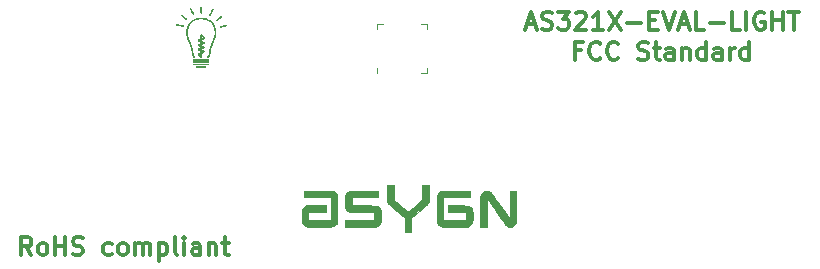
<source format=gbr>
G04 #@! TF.GenerationSoftware,KiCad,Pcbnew,5.1.9*
G04 #@! TF.CreationDate,2021-04-15T09:28:22+02:00*
G04 #@! TF.ProjectId,picsyle-R_als_915,70696373-796c-4652-9d52-5f616c735f39,rev?*
G04 #@! TF.SameCoordinates,Original*
G04 #@! TF.FileFunction,Legend,Top*
G04 #@! TF.FilePolarity,Positive*
%FSLAX46Y46*%
G04 Gerber Fmt 4.6, Leading zero omitted, Abs format (unit mm)*
G04 Created by KiCad (PCBNEW 5.1.9) date 2021-04-15 09:28:22*
%MOMM*%
%LPD*%
G01*
G04 APERTURE LIST*
%ADD10C,0.300000*%
%ADD11C,0.120000*%
%ADD12C,0.010000*%
G04 APERTURE END LIST*
D10*
X67616571Y-115486571D02*
X67116571Y-114772285D01*
X66759428Y-115486571D02*
X66759428Y-113986571D01*
X67330857Y-113986571D01*
X67473714Y-114058000D01*
X67545142Y-114129428D01*
X67616571Y-114272285D01*
X67616571Y-114486571D01*
X67545142Y-114629428D01*
X67473714Y-114700857D01*
X67330857Y-114772285D01*
X66759428Y-114772285D01*
X68473714Y-115486571D02*
X68330857Y-115415142D01*
X68259428Y-115343714D01*
X68188000Y-115200857D01*
X68188000Y-114772285D01*
X68259428Y-114629428D01*
X68330857Y-114558000D01*
X68473714Y-114486571D01*
X68688000Y-114486571D01*
X68830857Y-114558000D01*
X68902285Y-114629428D01*
X68973714Y-114772285D01*
X68973714Y-115200857D01*
X68902285Y-115343714D01*
X68830857Y-115415142D01*
X68688000Y-115486571D01*
X68473714Y-115486571D01*
X69616571Y-115486571D02*
X69616571Y-113986571D01*
X69616571Y-114700857D02*
X70473714Y-114700857D01*
X70473714Y-115486571D02*
X70473714Y-113986571D01*
X71116571Y-115415142D02*
X71330857Y-115486571D01*
X71688000Y-115486571D01*
X71830857Y-115415142D01*
X71902285Y-115343714D01*
X71973714Y-115200857D01*
X71973714Y-115058000D01*
X71902285Y-114915142D01*
X71830857Y-114843714D01*
X71688000Y-114772285D01*
X71402285Y-114700857D01*
X71259428Y-114629428D01*
X71188000Y-114558000D01*
X71116571Y-114415142D01*
X71116571Y-114272285D01*
X71188000Y-114129428D01*
X71259428Y-114058000D01*
X71402285Y-113986571D01*
X71759428Y-113986571D01*
X71973714Y-114058000D01*
X74402285Y-115415142D02*
X74259428Y-115486571D01*
X73973714Y-115486571D01*
X73830857Y-115415142D01*
X73759428Y-115343714D01*
X73688000Y-115200857D01*
X73688000Y-114772285D01*
X73759428Y-114629428D01*
X73830857Y-114558000D01*
X73973714Y-114486571D01*
X74259428Y-114486571D01*
X74402285Y-114558000D01*
X75259428Y-115486571D02*
X75116571Y-115415142D01*
X75045142Y-115343714D01*
X74973714Y-115200857D01*
X74973714Y-114772285D01*
X75045142Y-114629428D01*
X75116571Y-114558000D01*
X75259428Y-114486571D01*
X75473714Y-114486571D01*
X75616571Y-114558000D01*
X75688000Y-114629428D01*
X75759428Y-114772285D01*
X75759428Y-115200857D01*
X75688000Y-115343714D01*
X75616571Y-115415142D01*
X75473714Y-115486571D01*
X75259428Y-115486571D01*
X76402285Y-115486571D02*
X76402285Y-114486571D01*
X76402285Y-114629428D02*
X76473714Y-114558000D01*
X76616571Y-114486571D01*
X76830857Y-114486571D01*
X76973714Y-114558000D01*
X77045142Y-114700857D01*
X77045142Y-115486571D01*
X77045142Y-114700857D02*
X77116571Y-114558000D01*
X77259428Y-114486571D01*
X77473714Y-114486571D01*
X77616571Y-114558000D01*
X77688000Y-114700857D01*
X77688000Y-115486571D01*
X78402285Y-114486571D02*
X78402285Y-115986571D01*
X78402285Y-114558000D02*
X78545142Y-114486571D01*
X78830857Y-114486571D01*
X78973714Y-114558000D01*
X79045142Y-114629428D01*
X79116571Y-114772285D01*
X79116571Y-115200857D01*
X79045142Y-115343714D01*
X78973714Y-115415142D01*
X78830857Y-115486571D01*
X78545142Y-115486571D01*
X78402285Y-115415142D01*
X79973714Y-115486571D02*
X79830857Y-115415142D01*
X79759428Y-115272285D01*
X79759428Y-113986571D01*
X80545142Y-115486571D02*
X80545142Y-114486571D01*
X80545142Y-113986571D02*
X80473714Y-114058000D01*
X80545142Y-114129428D01*
X80616571Y-114058000D01*
X80545142Y-113986571D01*
X80545142Y-114129428D01*
X81902285Y-115486571D02*
X81902285Y-114700857D01*
X81830857Y-114558000D01*
X81688000Y-114486571D01*
X81402285Y-114486571D01*
X81259428Y-114558000D01*
X81902285Y-115415142D02*
X81759428Y-115486571D01*
X81402285Y-115486571D01*
X81259428Y-115415142D01*
X81188000Y-115272285D01*
X81188000Y-115129428D01*
X81259428Y-114986571D01*
X81402285Y-114915142D01*
X81759428Y-114915142D01*
X81902285Y-114843714D01*
X82616571Y-114486571D02*
X82616571Y-115486571D01*
X82616571Y-114629428D02*
X82688000Y-114558000D01*
X82830857Y-114486571D01*
X83045142Y-114486571D01*
X83188000Y-114558000D01*
X83259428Y-114700857D01*
X83259428Y-115486571D01*
X83759428Y-114486571D02*
X84330857Y-114486571D01*
X83973714Y-113986571D02*
X83973714Y-115272285D01*
X84045142Y-115415142D01*
X84188000Y-115486571D01*
X84330857Y-115486571D01*
X109571428Y-95975000D02*
X110285714Y-95975000D01*
X109428571Y-96403571D02*
X109928571Y-94903571D01*
X110428571Y-96403571D01*
X110857142Y-96332142D02*
X111071428Y-96403571D01*
X111428571Y-96403571D01*
X111571428Y-96332142D01*
X111642857Y-96260714D01*
X111714285Y-96117857D01*
X111714285Y-95975000D01*
X111642857Y-95832142D01*
X111571428Y-95760714D01*
X111428571Y-95689285D01*
X111142857Y-95617857D01*
X111000000Y-95546428D01*
X110928571Y-95475000D01*
X110857142Y-95332142D01*
X110857142Y-95189285D01*
X110928571Y-95046428D01*
X111000000Y-94975000D01*
X111142857Y-94903571D01*
X111500000Y-94903571D01*
X111714285Y-94975000D01*
X112214285Y-94903571D02*
X113142857Y-94903571D01*
X112642857Y-95475000D01*
X112857142Y-95475000D01*
X113000000Y-95546428D01*
X113071428Y-95617857D01*
X113142857Y-95760714D01*
X113142857Y-96117857D01*
X113071428Y-96260714D01*
X113000000Y-96332142D01*
X112857142Y-96403571D01*
X112428571Y-96403571D01*
X112285714Y-96332142D01*
X112214285Y-96260714D01*
X113714285Y-95046428D02*
X113785714Y-94975000D01*
X113928571Y-94903571D01*
X114285714Y-94903571D01*
X114428571Y-94975000D01*
X114500000Y-95046428D01*
X114571428Y-95189285D01*
X114571428Y-95332142D01*
X114500000Y-95546428D01*
X113642857Y-96403571D01*
X114571428Y-96403571D01*
X116000000Y-96403571D02*
X115142857Y-96403571D01*
X115571428Y-96403571D02*
X115571428Y-94903571D01*
X115428571Y-95117857D01*
X115285714Y-95260714D01*
X115142857Y-95332142D01*
X116500000Y-94903571D02*
X117500000Y-96403571D01*
X117500000Y-94903571D02*
X116500000Y-96403571D01*
X118071428Y-95832142D02*
X119214285Y-95832142D01*
X119928571Y-95617857D02*
X120428571Y-95617857D01*
X120642857Y-96403571D02*
X119928571Y-96403571D01*
X119928571Y-94903571D01*
X120642857Y-94903571D01*
X121071428Y-94903571D02*
X121571428Y-96403571D01*
X122071428Y-94903571D01*
X122500000Y-95975000D02*
X123214285Y-95975000D01*
X122357142Y-96403571D02*
X122857142Y-94903571D01*
X123357142Y-96403571D01*
X124571428Y-96403571D02*
X123857142Y-96403571D01*
X123857142Y-94903571D01*
X125071428Y-95832142D02*
X126214285Y-95832142D01*
X127642857Y-96403571D02*
X126928571Y-96403571D01*
X126928571Y-94903571D01*
X128142857Y-96403571D02*
X128142857Y-94903571D01*
X129642857Y-94975000D02*
X129500000Y-94903571D01*
X129285714Y-94903571D01*
X129071428Y-94975000D01*
X128928571Y-95117857D01*
X128857142Y-95260714D01*
X128785714Y-95546428D01*
X128785714Y-95760714D01*
X128857142Y-96046428D01*
X128928571Y-96189285D01*
X129071428Y-96332142D01*
X129285714Y-96403571D01*
X129428571Y-96403571D01*
X129642857Y-96332142D01*
X129714285Y-96260714D01*
X129714285Y-95760714D01*
X129428571Y-95760714D01*
X130357142Y-96403571D02*
X130357142Y-94903571D01*
X130357142Y-95617857D02*
X131214285Y-95617857D01*
X131214285Y-96403571D02*
X131214285Y-94903571D01*
X131714285Y-94903571D02*
X132571428Y-94903571D01*
X132142857Y-96403571D02*
X132142857Y-94903571D01*
X114142857Y-98167857D02*
X113642857Y-98167857D01*
X113642857Y-98953571D02*
X113642857Y-97453571D01*
X114357142Y-97453571D01*
X115785714Y-98810714D02*
X115714285Y-98882142D01*
X115500000Y-98953571D01*
X115357142Y-98953571D01*
X115142857Y-98882142D01*
X115000000Y-98739285D01*
X114928571Y-98596428D01*
X114857142Y-98310714D01*
X114857142Y-98096428D01*
X114928571Y-97810714D01*
X115000000Y-97667857D01*
X115142857Y-97525000D01*
X115357142Y-97453571D01*
X115500000Y-97453571D01*
X115714285Y-97525000D01*
X115785714Y-97596428D01*
X117285714Y-98810714D02*
X117214285Y-98882142D01*
X117000000Y-98953571D01*
X116857142Y-98953571D01*
X116642857Y-98882142D01*
X116500000Y-98739285D01*
X116428571Y-98596428D01*
X116357142Y-98310714D01*
X116357142Y-98096428D01*
X116428571Y-97810714D01*
X116500000Y-97667857D01*
X116642857Y-97525000D01*
X116857142Y-97453571D01*
X117000000Y-97453571D01*
X117214285Y-97525000D01*
X117285714Y-97596428D01*
X119000000Y-98882142D02*
X119214285Y-98953571D01*
X119571428Y-98953571D01*
X119714285Y-98882142D01*
X119785714Y-98810714D01*
X119857142Y-98667857D01*
X119857142Y-98525000D01*
X119785714Y-98382142D01*
X119714285Y-98310714D01*
X119571428Y-98239285D01*
X119285714Y-98167857D01*
X119142857Y-98096428D01*
X119071428Y-98025000D01*
X119000000Y-97882142D01*
X119000000Y-97739285D01*
X119071428Y-97596428D01*
X119142857Y-97525000D01*
X119285714Y-97453571D01*
X119642857Y-97453571D01*
X119857142Y-97525000D01*
X120285714Y-97953571D02*
X120857142Y-97953571D01*
X120500000Y-97453571D02*
X120500000Y-98739285D01*
X120571428Y-98882142D01*
X120714285Y-98953571D01*
X120857142Y-98953571D01*
X122000000Y-98953571D02*
X122000000Y-98167857D01*
X121928571Y-98025000D01*
X121785714Y-97953571D01*
X121500000Y-97953571D01*
X121357142Y-98025000D01*
X122000000Y-98882142D02*
X121857142Y-98953571D01*
X121500000Y-98953571D01*
X121357142Y-98882142D01*
X121285714Y-98739285D01*
X121285714Y-98596428D01*
X121357142Y-98453571D01*
X121500000Y-98382142D01*
X121857142Y-98382142D01*
X122000000Y-98310714D01*
X122714285Y-97953571D02*
X122714285Y-98953571D01*
X122714285Y-98096428D02*
X122785714Y-98025000D01*
X122928571Y-97953571D01*
X123142857Y-97953571D01*
X123285714Y-98025000D01*
X123357142Y-98167857D01*
X123357142Y-98953571D01*
X124714285Y-98953571D02*
X124714285Y-97453571D01*
X124714285Y-98882142D02*
X124571428Y-98953571D01*
X124285714Y-98953571D01*
X124142857Y-98882142D01*
X124071428Y-98810714D01*
X124000000Y-98667857D01*
X124000000Y-98239285D01*
X124071428Y-98096428D01*
X124142857Y-98025000D01*
X124285714Y-97953571D01*
X124571428Y-97953571D01*
X124714285Y-98025000D01*
X126071428Y-98953571D02*
X126071428Y-98167857D01*
X126000000Y-98025000D01*
X125857142Y-97953571D01*
X125571428Y-97953571D01*
X125428571Y-98025000D01*
X126071428Y-98882142D02*
X125928571Y-98953571D01*
X125571428Y-98953571D01*
X125428571Y-98882142D01*
X125357142Y-98739285D01*
X125357142Y-98596428D01*
X125428571Y-98453571D01*
X125571428Y-98382142D01*
X125928571Y-98382142D01*
X126071428Y-98310714D01*
X126785714Y-98953571D02*
X126785714Y-97953571D01*
X126785714Y-98239285D02*
X126857142Y-98096428D01*
X126928571Y-98025000D01*
X127071428Y-97953571D01*
X127214285Y-97953571D01*
X128357142Y-98953571D02*
X128357142Y-97453571D01*
X128357142Y-98882142D02*
X128214285Y-98953571D01*
X127928571Y-98953571D01*
X127785714Y-98882142D01*
X127714285Y-98810714D01*
X127642857Y-98667857D01*
X127642857Y-98239285D01*
X127714285Y-98096428D01*
X127785714Y-98025000D01*
X127928571Y-97953571D01*
X128214285Y-97953571D01*
X128357142Y-98025000D01*
D11*
X96892160Y-99647700D02*
X96892160Y-100122700D01*
X101112160Y-95902700D02*
X100637160Y-95902700D01*
X101112160Y-96377700D02*
X101112160Y-95902700D01*
X101112160Y-100122700D02*
X100637160Y-100122700D01*
X101112160Y-99647700D02*
X101112160Y-100122700D01*
X96892160Y-95902700D02*
X97367160Y-95902700D01*
X96892160Y-96377700D02*
X96892160Y-95902700D01*
D12*
G36*
X108661623Y-111358479D02*
G01*
X108661587Y-111558066D01*
X108661473Y-111737520D01*
X108661269Y-111897875D01*
X108660964Y-112040163D01*
X108660548Y-112165420D01*
X108660010Y-112274679D01*
X108659338Y-112368972D01*
X108658522Y-112449335D01*
X108657550Y-112516800D01*
X108656413Y-112572401D01*
X108655098Y-112617172D01*
X108653596Y-112652146D01*
X108651894Y-112678358D01*
X108649983Y-112696840D01*
X108647851Y-112708626D01*
X108647328Y-112710500D01*
X108606253Y-112810996D01*
X108548816Y-112898086D01*
X108475260Y-112971482D01*
X108385831Y-113030895D01*
X108367365Y-113040431D01*
X108276927Y-113085245D01*
X107998569Y-113085245D01*
X107909408Y-113040899D01*
X107826849Y-112992173D01*
X107765987Y-112940358D01*
X107753186Y-112924682D01*
X107729129Y-112892711D01*
X107694605Y-112845556D01*
X107650399Y-112784327D01*
X107597298Y-112710137D01*
X107536090Y-112624097D01*
X107467562Y-112527318D01*
X107392500Y-112420911D01*
X107311692Y-112305989D01*
X107225925Y-112183661D01*
X107135986Y-112055041D01*
X107042661Y-111921238D01*
X106951070Y-111789598D01*
X106190415Y-110695035D01*
X106187723Y-111892786D01*
X106185032Y-113090537D01*
X105624206Y-113090537D01*
X105624206Y-111810474D01*
X105624283Y-111593572D01*
X105624516Y-111397375D01*
X105624910Y-111221420D01*
X105625469Y-111065246D01*
X105626196Y-110928392D01*
X105627095Y-110810395D01*
X105628172Y-110710795D01*
X105629429Y-110629129D01*
X105630870Y-110564935D01*
X105632501Y-110517753D01*
X105634324Y-110487120D01*
X105635902Y-110474328D01*
X105664422Y-110385092D01*
X105710451Y-110299082D01*
X105770499Y-110221222D01*
X105841077Y-110156433D01*
X105879947Y-110130043D01*
X105960768Y-110091886D01*
X106051327Y-110066770D01*
X106143331Y-110056652D01*
X106186532Y-110057769D01*
X106288784Y-110073523D01*
X106378946Y-110104963D01*
X106460709Y-110153667D01*
X106513584Y-110197630D01*
X106526400Y-110212639D01*
X106550640Y-110244270D01*
X106585729Y-110291710D01*
X106631090Y-110354147D01*
X106686144Y-110430768D01*
X106750315Y-110520761D01*
X106823026Y-110623313D01*
X106903700Y-110737611D01*
X106991759Y-110862844D01*
X107086627Y-110998197D01*
X107187726Y-111142860D01*
X107294480Y-111296018D01*
X107333793Y-111352516D01*
X108105998Y-112462757D01*
X108108689Y-111257939D01*
X108111379Y-110053120D01*
X108661623Y-110053120D01*
X108661623Y-111358479D01*
G37*
X108661623Y-111358479D02*
X108661587Y-111558066D01*
X108661473Y-111737520D01*
X108661269Y-111897875D01*
X108660964Y-112040163D01*
X108660548Y-112165420D01*
X108660010Y-112274679D01*
X108659338Y-112368972D01*
X108658522Y-112449335D01*
X108657550Y-112516800D01*
X108656413Y-112572401D01*
X108655098Y-112617172D01*
X108653596Y-112652146D01*
X108651894Y-112678358D01*
X108649983Y-112696840D01*
X108647851Y-112708626D01*
X108647328Y-112710500D01*
X108606253Y-112810996D01*
X108548816Y-112898086D01*
X108475260Y-112971482D01*
X108385831Y-113030895D01*
X108367365Y-113040431D01*
X108276927Y-113085245D01*
X107998569Y-113085245D01*
X107909408Y-113040899D01*
X107826849Y-112992173D01*
X107765987Y-112940358D01*
X107753186Y-112924682D01*
X107729129Y-112892711D01*
X107694605Y-112845556D01*
X107650399Y-112784327D01*
X107597298Y-112710137D01*
X107536090Y-112624097D01*
X107467562Y-112527318D01*
X107392500Y-112420911D01*
X107311692Y-112305989D01*
X107225925Y-112183661D01*
X107135986Y-112055041D01*
X107042661Y-111921238D01*
X106951070Y-111789598D01*
X106190415Y-110695035D01*
X106187723Y-111892786D01*
X106185032Y-113090537D01*
X105624206Y-113090537D01*
X105624206Y-111810474D01*
X105624283Y-111593572D01*
X105624516Y-111397375D01*
X105624910Y-111221420D01*
X105625469Y-111065246D01*
X105626196Y-110928392D01*
X105627095Y-110810395D01*
X105628172Y-110710795D01*
X105629429Y-110629129D01*
X105630870Y-110564935D01*
X105632501Y-110517753D01*
X105634324Y-110487120D01*
X105635902Y-110474328D01*
X105664422Y-110385092D01*
X105710451Y-110299082D01*
X105770499Y-110221222D01*
X105841077Y-110156433D01*
X105879947Y-110130043D01*
X105960768Y-110091886D01*
X106051327Y-110066770D01*
X106143331Y-110056652D01*
X106186532Y-110057769D01*
X106288784Y-110073523D01*
X106378946Y-110104963D01*
X106460709Y-110153667D01*
X106513584Y-110197630D01*
X106526400Y-110212639D01*
X106550640Y-110244270D01*
X106585729Y-110291710D01*
X106631090Y-110354147D01*
X106686144Y-110430768D01*
X106750315Y-110520761D01*
X106823026Y-110623313D01*
X106903700Y-110737611D01*
X106991759Y-110862844D01*
X107086627Y-110998197D01*
X107187726Y-111142860D01*
X107294480Y-111296018D01*
X107333793Y-111352516D01*
X108105998Y-112462757D01*
X108108689Y-111257939D01*
X108111379Y-110053120D01*
X108661623Y-110053120D01*
X108661623Y-111358479D01*
G36*
X104714040Y-110614037D02*
G01*
X102480956Y-110614037D01*
X102480956Y-112540203D01*
X104407123Y-112540203D01*
X104407123Y-111852287D01*
X102883123Y-111852287D01*
X102883123Y-111301953D01*
X103701108Y-111301953D01*
X103858034Y-111301960D01*
X103995301Y-111302044D01*
X104114416Y-111302297D01*
X104216887Y-111302811D01*
X104304221Y-111303679D01*
X104377926Y-111304995D01*
X104439509Y-111306849D01*
X104490477Y-111309336D01*
X104532339Y-111312548D01*
X104566601Y-111316577D01*
X104594771Y-111321516D01*
X104618357Y-111327458D01*
X104638865Y-111334495D01*
X104657804Y-111342720D01*
X104676681Y-111352226D01*
X104697003Y-111363105D01*
X104697098Y-111363156D01*
X104762209Y-111407539D01*
X104824343Y-111467067D01*
X104877995Y-111535868D01*
X104908955Y-111589206D01*
X104923214Y-111620269D01*
X104935103Y-111652085D01*
X104944800Y-111686785D01*
X104952485Y-111726497D01*
X104958335Y-111773349D01*
X104962528Y-111829472D01*
X104965244Y-111896993D01*
X104966660Y-111978043D01*
X104966955Y-112074750D01*
X104966307Y-112189243D01*
X104965565Y-112265037D01*
X104964375Y-112368336D01*
X104963178Y-112452823D01*
X104961840Y-112520852D01*
X104960227Y-112574777D01*
X104958207Y-112616952D01*
X104955645Y-112649731D01*
X104952408Y-112675468D01*
X104948363Y-112696517D01*
X104943376Y-112715232D01*
X104939308Y-112728038D01*
X104899470Y-112817283D01*
X104843256Y-112898710D01*
X104773814Y-112969380D01*
X104694289Y-113026352D01*
X104607830Y-113066686D01*
X104562891Y-113079717D01*
X104544813Y-113081417D01*
X104506431Y-113082988D01*
X104448604Y-113084421D01*
X104372193Y-113085709D01*
X104278061Y-113086844D01*
X104167067Y-113087818D01*
X104040072Y-113088623D01*
X103897939Y-113089251D01*
X103741527Y-113089695D01*
X103571698Y-113089947D01*
X103433456Y-113090005D01*
X102348665Y-113089990D01*
X102277457Y-113065722D01*
X102200099Y-113031704D01*
X102126273Y-112985215D01*
X102063774Y-112931367D01*
X102050349Y-112916801D01*
X102015971Y-112869294D01*
X101982501Y-112809200D01*
X101953958Y-112744870D01*
X101934362Y-112684654D01*
X101930784Y-112668404D01*
X101928903Y-112647716D01*
X101927198Y-112607733D01*
X101925668Y-112550249D01*
X101924312Y-112477054D01*
X101923130Y-112389939D01*
X101922120Y-112290696D01*
X101921282Y-112181115D01*
X101920614Y-112062988D01*
X101920118Y-111938105D01*
X101919790Y-111808259D01*
X101919631Y-111675240D01*
X101919640Y-111540839D01*
X101919816Y-111406848D01*
X101920159Y-111275057D01*
X101920667Y-111147258D01*
X101921340Y-111025242D01*
X101922177Y-110910801D01*
X101923177Y-110805724D01*
X101924340Y-110711804D01*
X101925664Y-110630831D01*
X101927149Y-110564597D01*
X101928794Y-110514893D01*
X101930599Y-110483510D01*
X101931735Y-110474328D01*
X101958951Y-110388766D01*
X102002696Y-110305914D01*
X102059564Y-110230222D01*
X102126151Y-110166140D01*
X102199051Y-110118115D01*
X102207642Y-110113844D01*
X102226703Y-110104638D01*
X102244258Y-110096419D01*
X102261553Y-110089128D01*
X102279835Y-110082711D01*
X102300349Y-110077112D01*
X102324342Y-110072275D01*
X102353060Y-110068143D01*
X102387748Y-110064662D01*
X102429653Y-110061775D01*
X102480021Y-110059426D01*
X102540098Y-110057559D01*
X102611130Y-110056119D01*
X102694363Y-110055049D01*
X102791042Y-110054294D01*
X102902415Y-110053797D01*
X103029727Y-110053504D01*
X103174225Y-110053357D01*
X103337153Y-110053301D01*
X103519759Y-110053281D01*
X103557810Y-110053276D01*
X104714040Y-110053120D01*
X104714040Y-110614037D01*
G37*
X104714040Y-110614037D02*
X102480956Y-110614037D01*
X102480956Y-112540203D01*
X104407123Y-112540203D01*
X104407123Y-111852287D01*
X102883123Y-111852287D01*
X102883123Y-111301953D01*
X103701108Y-111301953D01*
X103858034Y-111301960D01*
X103995301Y-111302044D01*
X104114416Y-111302297D01*
X104216887Y-111302811D01*
X104304221Y-111303679D01*
X104377926Y-111304995D01*
X104439509Y-111306849D01*
X104490477Y-111309336D01*
X104532339Y-111312548D01*
X104566601Y-111316577D01*
X104594771Y-111321516D01*
X104618357Y-111327458D01*
X104638865Y-111334495D01*
X104657804Y-111342720D01*
X104676681Y-111352226D01*
X104697003Y-111363105D01*
X104697098Y-111363156D01*
X104762209Y-111407539D01*
X104824343Y-111467067D01*
X104877995Y-111535868D01*
X104908955Y-111589206D01*
X104923214Y-111620269D01*
X104935103Y-111652085D01*
X104944800Y-111686785D01*
X104952485Y-111726497D01*
X104958335Y-111773349D01*
X104962528Y-111829472D01*
X104965244Y-111896993D01*
X104966660Y-111978043D01*
X104966955Y-112074750D01*
X104966307Y-112189243D01*
X104965565Y-112265037D01*
X104964375Y-112368336D01*
X104963178Y-112452823D01*
X104961840Y-112520852D01*
X104960227Y-112574777D01*
X104958207Y-112616952D01*
X104955645Y-112649731D01*
X104952408Y-112675468D01*
X104948363Y-112696517D01*
X104943376Y-112715232D01*
X104939308Y-112728038D01*
X104899470Y-112817283D01*
X104843256Y-112898710D01*
X104773814Y-112969380D01*
X104694289Y-113026352D01*
X104607830Y-113066686D01*
X104562891Y-113079717D01*
X104544813Y-113081417D01*
X104506431Y-113082988D01*
X104448604Y-113084421D01*
X104372193Y-113085709D01*
X104278061Y-113086844D01*
X104167067Y-113087818D01*
X104040072Y-113088623D01*
X103897939Y-113089251D01*
X103741527Y-113089695D01*
X103571698Y-113089947D01*
X103433456Y-113090005D01*
X102348665Y-113089990D01*
X102277457Y-113065722D01*
X102200099Y-113031704D01*
X102126273Y-112985215D01*
X102063774Y-112931367D01*
X102050349Y-112916801D01*
X102015971Y-112869294D01*
X101982501Y-112809200D01*
X101953958Y-112744870D01*
X101934362Y-112684654D01*
X101930784Y-112668404D01*
X101928903Y-112647716D01*
X101927198Y-112607733D01*
X101925668Y-112550249D01*
X101924312Y-112477054D01*
X101923130Y-112389939D01*
X101922120Y-112290696D01*
X101921282Y-112181115D01*
X101920614Y-112062988D01*
X101920118Y-111938105D01*
X101919790Y-111808259D01*
X101919631Y-111675240D01*
X101919640Y-111540839D01*
X101919816Y-111406848D01*
X101920159Y-111275057D01*
X101920667Y-111147258D01*
X101921340Y-111025242D01*
X101922177Y-110910801D01*
X101923177Y-110805724D01*
X101924340Y-110711804D01*
X101925664Y-110630831D01*
X101927149Y-110564597D01*
X101928794Y-110514893D01*
X101930599Y-110483510D01*
X101931735Y-110474328D01*
X101958951Y-110388766D01*
X102002696Y-110305914D01*
X102059564Y-110230222D01*
X102126151Y-110166140D01*
X102199051Y-110118115D01*
X102207642Y-110113844D01*
X102226703Y-110104638D01*
X102244258Y-110096419D01*
X102261553Y-110089128D01*
X102279835Y-110082711D01*
X102300349Y-110077112D01*
X102324342Y-110072275D01*
X102353060Y-110068143D01*
X102387748Y-110064662D01*
X102429653Y-110061775D01*
X102480021Y-110059426D01*
X102540098Y-110057559D01*
X102611130Y-110056119D01*
X102694363Y-110055049D01*
X102791042Y-110054294D01*
X102902415Y-110053797D01*
X103029727Y-110053504D01*
X103174225Y-110053357D01*
X103337153Y-110053301D01*
X103519759Y-110053281D01*
X103557810Y-110053276D01*
X104714040Y-110053120D01*
X104714040Y-110614037D01*
G36*
X92095674Y-110053128D02*
G01*
X92259026Y-110053167D01*
X92403664Y-110053257D01*
X92530818Y-110053419D01*
X92641713Y-110053675D01*
X92737576Y-110054045D01*
X92819635Y-110054550D01*
X92889116Y-110055210D01*
X92947248Y-110056048D01*
X92995256Y-110057083D01*
X93034368Y-110058337D01*
X93065810Y-110059831D01*
X93090811Y-110061585D01*
X93110596Y-110063621D01*
X93126393Y-110065959D01*
X93139430Y-110068620D01*
X93150932Y-110071625D01*
X93160157Y-110074385D01*
X93249371Y-110112182D01*
X93331220Y-110166766D01*
X93401725Y-110234777D01*
X93456908Y-110312857D01*
X93468427Y-110334743D01*
X93477858Y-110353899D01*
X93486228Y-110371470D01*
X93493600Y-110388773D01*
X93500037Y-110407124D01*
X93505603Y-110427840D01*
X93510361Y-110452238D01*
X93514373Y-110481635D01*
X93517705Y-110517347D01*
X93520418Y-110560691D01*
X93522576Y-110612984D01*
X93524243Y-110675542D01*
X93525481Y-110749683D01*
X93526354Y-110836722D01*
X93526925Y-110937977D01*
X93527258Y-111054764D01*
X93527415Y-111188400D01*
X93527460Y-111340202D01*
X93527457Y-111511486D01*
X93527456Y-111562947D01*
X93527356Y-111761114D01*
X93527052Y-111938543D01*
X93526540Y-112095664D01*
X93525816Y-112232905D01*
X93524874Y-112350695D01*
X93523711Y-112449463D01*
X93522321Y-112529637D01*
X93520701Y-112591646D01*
X93518845Y-112635919D01*
X93516750Y-112662885D01*
X93515761Y-112669328D01*
X93489105Y-112753561D01*
X93446408Y-112835410D01*
X93391056Y-112910442D01*
X93326435Y-112974225D01*
X93255932Y-113022328D01*
X93239841Y-113030427D01*
X93219545Y-113039986D01*
X93200820Y-113048469D01*
X93182341Y-113055939D01*
X93162785Y-113062459D01*
X93140825Y-113068091D01*
X93115137Y-113072900D01*
X93084397Y-113076947D01*
X93047279Y-113080295D01*
X93002459Y-113083008D01*
X92948613Y-113085149D01*
X92884415Y-113086781D01*
X92808541Y-113087966D01*
X92719666Y-113088767D01*
X92616465Y-113089248D01*
X92497613Y-113089472D01*
X92361787Y-113089501D01*
X92207660Y-113089398D01*
X92033909Y-113089227D01*
X92003456Y-113089196D01*
X91841959Y-113088936D01*
X91689084Y-113088489D01*
X91546085Y-113087868D01*
X91414216Y-113087086D01*
X91294732Y-113086155D01*
X91188885Y-113085088D01*
X91097931Y-113083898D01*
X91023122Y-113082597D01*
X90965714Y-113081198D01*
X90926959Y-113079714D01*
X90908113Y-113078157D01*
X90908081Y-113078151D01*
X90821525Y-113051912D01*
X90737246Y-113008087D01*
X90660015Y-112950109D01*
X90594597Y-112881412D01*
X90555965Y-112824585D01*
X90541008Y-112797850D01*
X90528471Y-112773317D01*
X90518152Y-112748903D01*
X90509852Y-112722527D01*
X90503371Y-112692106D01*
X90498507Y-112655559D01*
X90495062Y-112610802D01*
X90492835Y-112555753D01*
X90491625Y-112488331D01*
X90491232Y-112406453D01*
X90491457Y-112308037D01*
X90492099Y-112191001D01*
X90492278Y-112162211D01*
X90495331Y-111676019D01*
X90540214Y-111585465D01*
X90596491Y-111493845D01*
X90666519Y-111418315D01*
X90750287Y-111358887D01*
X90847785Y-111315567D01*
X90870315Y-111308425D01*
X90882910Y-111305245D01*
X90898766Y-111302479D01*
X90919340Y-111300100D01*
X90946090Y-111298080D01*
X90980474Y-111296390D01*
X91023947Y-111295002D01*
X91077968Y-111293887D01*
X91143994Y-111293019D01*
X91223482Y-111292368D01*
X91317890Y-111291906D01*
X91428674Y-111291605D01*
X91557293Y-111291436D01*
X91705203Y-111291373D01*
X91751377Y-111291370D01*
X92574956Y-111291370D01*
X92574956Y-111841703D01*
X91040373Y-111841703D01*
X91040373Y-112529620D01*
X92966540Y-112529620D01*
X92966540Y-110603453D01*
X90733456Y-110603453D01*
X90733456Y-110053120D01*
X91912383Y-110053120D01*
X92095674Y-110053128D01*
G37*
X92095674Y-110053128D02*
X92259026Y-110053167D01*
X92403664Y-110053257D01*
X92530818Y-110053419D01*
X92641713Y-110053675D01*
X92737576Y-110054045D01*
X92819635Y-110054550D01*
X92889116Y-110055210D01*
X92947248Y-110056048D01*
X92995256Y-110057083D01*
X93034368Y-110058337D01*
X93065810Y-110059831D01*
X93090811Y-110061585D01*
X93110596Y-110063621D01*
X93126393Y-110065959D01*
X93139430Y-110068620D01*
X93150932Y-110071625D01*
X93160157Y-110074385D01*
X93249371Y-110112182D01*
X93331220Y-110166766D01*
X93401725Y-110234777D01*
X93456908Y-110312857D01*
X93468427Y-110334743D01*
X93477858Y-110353899D01*
X93486228Y-110371470D01*
X93493600Y-110388773D01*
X93500037Y-110407124D01*
X93505603Y-110427840D01*
X93510361Y-110452238D01*
X93514373Y-110481635D01*
X93517705Y-110517347D01*
X93520418Y-110560691D01*
X93522576Y-110612984D01*
X93524243Y-110675542D01*
X93525481Y-110749683D01*
X93526354Y-110836722D01*
X93526925Y-110937977D01*
X93527258Y-111054764D01*
X93527415Y-111188400D01*
X93527460Y-111340202D01*
X93527457Y-111511486D01*
X93527456Y-111562947D01*
X93527356Y-111761114D01*
X93527052Y-111938543D01*
X93526540Y-112095664D01*
X93525816Y-112232905D01*
X93524874Y-112350695D01*
X93523711Y-112449463D01*
X93522321Y-112529637D01*
X93520701Y-112591646D01*
X93518845Y-112635919D01*
X93516750Y-112662885D01*
X93515761Y-112669328D01*
X93489105Y-112753561D01*
X93446408Y-112835410D01*
X93391056Y-112910442D01*
X93326435Y-112974225D01*
X93255932Y-113022328D01*
X93239841Y-113030427D01*
X93219545Y-113039986D01*
X93200820Y-113048469D01*
X93182341Y-113055939D01*
X93162785Y-113062459D01*
X93140825Y-113068091D01*
X93115137Y-113072900D01*
X93084397Y-113076947D01*
X93047279Y-113080295D01*
X93002459Y-113083008D01*
X92948613Y-113085149D01*
X92884415Y-113086781D01*
X92808541Y-113087966D01*
X92719666Y-113088767D01*
X92616465Y-113089248D01*
X92497613Y-113089472D01*
X92361787Y-113089501D01*
X92207660Y-113089398D01*
X92033909Y-113089227D01*
X92003456Y-113089196D01*
X91841959Y-113088936D01*
X91689084Y-113088489D01*
X91546085Y-113087868D01*
X91414216Y-113087086D01*
X91294732Y-113086155D01*
X91188885Y-113085088D01*
X91097931Y-113083898D01*
X91023122Y-113082597D01*
X90965714Y-113081198D01*
X90926959Y-113079714D01*
X90908113Y-113078157D01*
X90908081Y-113078151D01*
X90821525Y-113051912D01*
X90737246Y-113008087D01*
X90660015Y-112950109D01*
X90594597Y-112881412D01*
X90555965Y-112824585D01*
X90541008Y-112797850D01*
X90528471Y-112773317D01*
X90518152Y-112748903D01*
X90509852Y-112722527D01*
X90503371Y-112692106D01*
X90498507Y-112655559D01*
X90495062Y-112610802D01*
X90492835Y-112555753D01*
X90491625Y-112488331D01*
X90491232Y-112406453D01*
X90491457Y-112308037D01*
X90492099Y-112191001D01*
X90492278Y-112162211D01*
X90495331Y-111676019D01*
X90540214Y-111585465D01*
X90596491Y-111493845D01*
X90666519Y-111418315D01*
X90750287Y-111358887D01*
X90847785Y-111315567D01*
X90870315Y-111308425D01*
X90882910Y-111305245D01*
X90898766Y-111302479D01*
X90919340Y-111300100D01*
X90946090Y-111298080D01*
X90980474Y-111296390D01*
X91023947Y-111295002D01*
X91077968Y-111293887D01*
X91143994Y-111293019D01*
X91223482Y-111292368D01*
X91317890Y-111291906D01*
X91428674Y-111291605D01*
X91557293Y-111291436D01*
X91705203Y-111291373D01*
X91751377Y-111291370D01*
X92574956Y-111291370D01*
X92574956Y-111841703D01*
X91040373Y-111841703D01*
X91040373Y-112529620D01*
X92966540Y-112529620D01*
X92966540Y-110603453D01*
X90733456Y-110603453D01*
X90733456Y-110053120D01*
X91912383Y-110053120D01*
X92095674Y-110053128D01*
G36*
X96956456Y-110614037D02*
G01*
X94723373Y-110614037D01*
X94723373Y-111301953D01*
X95742019Y-111302079D01*
X95915226Y-111302098D01*
X96068611Y-111302150D01*
X96203516Y-111302296D01*
X96321286Y-111302597D01*
X96423262Y-111303115D01*
X96510791Y-111303908D01*
X96585213Y-111305040D01*
X96647875Y-111306570D01*
X96700118Y-111308559D01*
X96743286Y-111311069D01*
X96778724Y-111314160D01*
X96807774Y-111317892D01*
X96831780Y-111322328D01*
X96852086Y-111327527D01*
X96870036Y-111333551D01*
X96886972Y-111340461D01*
X96904239Y-111348317D01*
X96919415Y-111355427D01*
X96961068Y-111380879D01*
X97008516Y-111419199D01*
X97056544Y-111465175D01*
X97099942Y-111513595D01*
X97133496Y-111559245D01*
X97146399Y-111582412D01*
X97158758Y-111609556D01*
X97169042Y-111634782D01*
X97177440Y-111660294D01*
X97184144Y-111688295D01*
X97189346Y-111720989D01*
X97193237Y-111760580D01*
X97196008Y-111809271D01*
X97197850Y-111869266D01*
X97198955Y-111942768D01*
X97199514Y-112031983D01*
X97199719Y-112139112D01*
X97199747Y-112196970D01*
X97199679Y-112310732D01*
X97199362Y-112405377D01*
X97198728Y-112482953D01*
X97197712Y-112545508D01*
X97196246Y-112595090D01*
X97194263Y-112633748D01*
X97191696Y-112663529D01*
X97188479Y-112686484D01*
X97184545Y-112704658D01*
X97182988Y-112710261D01*
X97144744Y-112805460D01*
X97089948Y-112891136D01*
X97021108Y-112964978D01*
X96940729Y-113024672D01*
X96851317Y-113067906D01*
X96771950Y-113089650D01*
X96751365Y-113091642D01*
X96712338Y-113093438D01*
X96654603Y-113095039D01*
X96577893Y-113096448D01*
X96481942Y-113097667D01*
X96366484Y-113098698D01*
X96231252Y-113099543D01*
X96075979Y-113100205D01*
X95900399Y-113100687D01*
X95704246Y-113100989D01*
X95487253Y-113101115D01*
X95435804Y-113101120D01*
X94162456Y-113101120D01*
X94162456Y-112540203D01*
X96649540Y-112540203D01*
X96649540Y-111852287D01*
X95624071Y-111852287D01*
X95453694Y-111852275D01*
X95303158Y-111852223D01*
X95171137Y-111852106D01*
X95056304Y-111851897D01*
X94957333Y-111851572D01*
X94872898Y-111851105D01*
X94801674Y-111850470D01*
X94742334Y-111849643D01*
X94693552Y-111848596D01*
X94654001Y-111847306D01*
X94622357Y-111845746D01*
X94597293Y-111843892D01*
X94577482Y-111841716D01*
X94561599Y-111839195D01*
X94548317Y-111836303D01*
X94536311Y-111833014D01*
X94530578Y-111831276D01*
X94436299Y-111791518D01*
X94352243Y-111734776D01*
X94280740Y-111663473D01*
X94224124Y-111580033D01*
X94184726Y-111486878D01*
X94178679Y-111465625D01*
X94174076Y-111436552D01*
X94170156Y-111389245D01*
X94166917Y-111326623D01*
X94164360Y-111251606D01*
X94162486Y-111167114D01*
X94161294Y-111076069D01*
X94160784Y-110981390D01*
X94160957Y-110885997D01*
X94161812Y-110792810D01*
X94163349Y-110704751D01*
X94165570Y-110624738D01*
X94168472Y-110555693D01*
X94172058Y-110500535D01*
X94176326Y-110462185D01*
X94178661Y-110450435D01*
X94213463Y-110356900D01*
X94265630Y-110271653D01*
X94332477Y-110197213D01*
X94411315Y-110136096D01*
X94499459Y-110090821D01*
X94590379Y-110064590D01*
X94611970Y-110062483D01*
X94652607Y-110060595D01*
X94712514Y-110058925D01*
X94791912Y-110057470D01*
X94891024Y-110056229D01*
X95010072Y-110055199D01*
X95149279Y-110054378D01*
X95308866Y-110053764D01*
X95489058Y-110053354D01*
X95690075Y-110053148D01*
X95804817Y-110053120D01*
X96956456Y-110053120D01*
X96956456Y-110614037D01*
G37*
X96956456Y-110614037D02*
X94723373Y-110614037D01*
X94723373Y-111301953D01*
X95742019Y-111302079D01*
X95915226Y-111302098D01*
X96068611Y-111302150D01*
X96203516Y-111302296D01*
X96321286Y-111302597D01*
X96423262Y-111303115D01*
X96510791Y-111303908D01*
X96585213Y-111305040D01*
X96647875Y-111306570D01*
X96700118Y-111308559D01*
X96743286Y-111311069D01*
X96778724Y-111314160D01*
X96807774Y-111317892D01*
X96831780Y-111322328D01*
X96852086Y-111327527D01*
X96870036Y-111333551D01*
X96886972Y-111340461D01*
X96904239Y-111348317D01*
X96919415Y-111355427D01*
X96961068Y-111380879D01*
X97008516Y-111419199D01*
X97056544Y-111465175D01*
X97099942Y-111513595D01*
X97133496Y-111559245D01*
X97146399Y-111582412D01*
X97158758Y-111609556D01*
X97169042Y-111634782D01*
X97177440Y-111660294D01*
X97184144Y-111688295D01*
X97189346Y-111720989D01*
X97193237Y-111760580D01*
X97196008Y-111809271D01*
X97197850Y-111869266D01*
X97198955Y-111942768D01*
X97199514Y-112031983D01*
X97199719Y-112139112D01*
X97199747Y-112196970D01*
X97199679Y-112310732D01*
X97199362Y-112405377D01*
X97198728Y-112482953D01*
X97197712Y-112545508D01*
X97196246Y-112595090D01*
X97194263Y-112633748D01*
X97191696Y-112663529D01*
X97188479Y-112686484D01*
X97184545Y-112704658D01*
X97182988Y-112710261D01*
X97144744Y-112805460D01*
X97089948Y-112891136D01*
X97021108Y-112964978D01*
X96940729Y-113024672D01*
X96851317Y-113067906D01*
X96771950Y-113089650D01*
X96751365Y-113091642D01*
X96712338Y-113093438D01*
X96654603Y-113095039D01*
X96577893Y-113096448D01*
X96481942Y-113097667D01*
X96366484Y-113098698D01*
X96231252Y-113099543D01*
X96075979Y-113100205D01*
X95900399Y-113100687D01*
X95704246Y-113100989D01*
X95487253Y-113101115D01*
X95435804Y-113101120D01*
X94162456Y-113101120D01*
X94162456Y-112540203D01*
X96649540Y-112540203D01*
X96649540Y-111852287D01*
X95624071Y-111852287D01*
X95453694Y-111852275D01*
X95303158Y-111852223D01*
X95171137Y-111852106D01*
X95056304Y-111851897D01*
X94957333Y-111851572D01*
X94872898Y-111851105D01*
X94801674Y-111850470D01*
X94742334Y-111849643D01*
X94693552Y-111848596D01*
X94654001Y-111847306D01*
X94622357Y-111845746D01*
X94597293Y-111843892D01*
X94577482Y-111841716D01*
X94561599Y-111839195D01*
X94548317Y-111836303D01*
X94536311Y-111833014D01*
X94530578Y-111831276D01*
X94436299Y-111791518D01*
X94352243Y-111734776D01*
X94280740Y-111663473D01*
X94224124Y-111580033D01*
X94184726Y-111486878D01*
X94178679Y-111465625D01*
X94174076Y-111436552D01*
X94170156Y-111389245D01*
X94166917Y-111326623D01*
X94164360Y-111251606D01*
X94162486Y-111167114D01*
X94161294Y-111076069D01*
X94160784Y-110981390D01*
X94160957Y-110885997D01*
X94161812Y-110792810D01*
X94163349Y-110704751D01*
X94165570Y-110624738D01*
X94168472Y-110555693D01*
X94172058Y-110500535D01*
X94176326Y-110462185D01*
X94178661Y-110450435D01*
X94213463Y-110356900D01*
X94265630Y-110271653D01*
X94332477Y-110197213D01*
X94411315Y-110136096D01*
X94499459Y-110090821D01*
X94590379Y-110064590D01*
X94611970Y-110062483D01*
X94652607Y-110060595D01*
X94712514Y-110058925D01*
X94791912Y-110057470D01*
X94891024Y-110056229D01*
X95010072Y-110055199D01*
X95149279Y-110054378D01*
X95308866Y-110053764D01*
X95489058Y-110053354D01*
X95690075Y-110053148D01*
X95804817Y-110053120D01*
X96956456Y-110053120D01*
X96956456Y-110614037D01*
G36*
X98279373Y-110821545D02*
G01*
X98883863Y-111323687D01*
X98981709Y-111404852D01*
X99074918Y-111481950D01*
X99162199Y-111553928D01*
X99242262Y-111619730D01*
X99313816Y-111678303D01*
X99375569Y-111728593D01*
X99426231Y-111769544D01*
X99464511Y-111800103D01*
X99489117Y-111819216D01*
X99498758Y-111825828D01*
X99498760Y-111825828D01*
X99508380Y-111819213D01*
X99532943Y-111800072D01*
X99571160Y-111769462D01*
X99621739Y-111728442D01*
X99683391Y-111678067D01*
X99754826Y-111619395D01*
X99834752Y-111553483D01*
X99921881Y-111481388D01*
X100014921Y-111404168D01*
X100111890Y-111323457D01*
X100714614Y-110821086D01*
X100707114Y-110193686D01*
X100699614Y-109566287D01*
X101263873Y-109566287D01*
X101263716Y-110230391D01*
X101263649Y-110373528D01*
X101263434Y-110497205D01*
X101262944Y-110603126D01*
X101262050Y-110692999D01*
X101260623Y-110768528D01*
X101258537Y-110831419D01*
X101255662Y-110883378D01*
X101251871Y-110926112D01*
X101247036Y-110961325D01*
X101241027Y-110990724D01*
X101233718Y-111016014D01*
X101224981Y-111038902D01*
X101214686Y-111061092D01*
X101202706Y-111084292D01*
X101199059Y-111091149D01*
X101173333Y-111133074D01*
X101142091Y-111175398D01*
X101122414Y-111197967D01*
X101107443Y-111211851D01*
X101077512Y-111238126D01*
X101033950Y-111275667D01*
X100978087Y-111323351D01*
X100911253Y-111380052D01*
X100834776Y-111444646D01*
X100749987Y-111516009D01*
X100658215Y-111593015D01*
X100560789Y-111674542D01*
X100459039Y-111759463D01*
X100424962Y-111787855D01*
X99771623Y-112331965D01*
X99771623Y-113587953D01*
X99221290Y-113587953D01*
X99220971Y-112960891D01*
X99220652Y-112333828D01*
X98540991Y-111767620D01*
X98414139Y-111661913D01*
X98302511Y-111568734D01*
X98205065Y-111487069D01*
X98120760Y-111415905D01*
X98048552Y-111354226D01*
X97987399Y-111301020D01*
X97936259Y-111255271D01*
X97894088Y-111215966D01*
X97859845Y-111182091D01*
X97832487Y-111152631D01*
X97810972Y-111126572D01*
X97794256Y-111102901D01*
X97781298Y-111080603D01*
X97771055Y-111058664D01*
X97762484Y-111036070D01*
X97754543Y-111011807D01*
X97750446Y-110998613D01*
X97746137Y-110983944D01*
X97742448Y-110968825D01*
X97739331Y-110951572D01*
X97736737Y-110930500D01*
X97734620Y-110903925D01*
X97732929Y-110870163D01*
X97731619Y-110827530D01*
X97730640Y-110774341D01*
X97729945Y-110708912D01*
X97729486Y-110629559D01*
X97729214Y-110534597D01*
X97729082Y-110422342D01*
X97729041Y-110291111D01*
X97729040Y-110247797D01*
X97729040Y-109566287D01*
X98279373Y-109566287D01*
X98279373Y-110821545D01*
G37*
X98279373Y-110821545D02*
X98883863Y-111323687D01*
X98981709Y-111404852D01*
X99074918Y-111481950D01*
X99162199Y-111553928D01*
X99242262Y-111619730D01*
X99313816Y-111678303D01*
X99375569Y-111728593D01*
X99426231Y-111769544D01*
X99464511Y-111800103D01*
X99489117Y-111819216D01*
X99498758Y-111825828D01*
X99498760Y-111825828D01*
X99508380Y-111819213D01*
X99532943Y-111800072D01*
X99571160Y-111769462D01*
X99621739Y-111728442D01*
X99683391Y-111678067D01*
X99754826Y-111619395D01*
X99834752Y-111553483D01*
X99921881Y-111481388D01*
X100014921Y-111404168D01*
X100111890Y-111323457D01*
X100714614Y-110821086D01*
X100707114Y-110193686D01*
X100699614Y-109566287D01*
X101263873Y-109566287D01*
X101263716Y-110230391D01*
X101263649Y-110373528D01*
X101263434Y-110497205D01*
X101262944Y-110603126D01*
X101262050Y-110692999D01*
X101260623Y-110768528D01*
X101258537Y-110831419D01*
X101255662Y-110883378D01*
X101251871Y-110926112D01*
X101247036Y-110961325D01*
X101241027Y-110990724D01*
X101233718Y-111016014D01*
X101224981Y-111038902D01*
X101214686Y-111061092D01*
X101202706Y-111084292D01*
X101199059Y-111091149D01*
X101173333Y-111133074D01*
X101142091Y-111175398D01*
X101122414Y-111197967D01*
X101107443Y-111211851D01*
X101077512Y-111238126D01*
X101033950Y-111275667D01*
X100978087Y-111323351D01*
X100911253Y-111380052D01*
X100834776Y-111444646D01*
X100749987Y-111516009D01*
X100658215Y-111593015D01*
X100560789Y-111674542D01*
X100459039Y-111759463D01*
X100424962Y-111787855D01*
X99771623Y-112331965D01*
X99771623Y-113587953D01*
X99221290Y-113587953D01*
X99220971Y-112960891D01*
X99220652Y-112333828D01*
X98540991Y-111767620D01*
X98414139Y-111661913D01*
X98302511Y-111568734D01*
X98205065Y-111487069D01*
X98120760Y-111415905D01*
X98048552Y-111354226D01*
X97987399Y-111301020D01*
X97936259Y-111255271D01*
X97894088Y-111215966D01*
X97859845Y-111182091D01*
X97832487Y-111152631D01*
X97810972Y-111126572D01*
X97794256Y-111102901D01*
X97781298Y-111080603D01*
X97771055Y-111058664D01*
X97762484Y-111036070D01*
X97754543Y-111011807D01*
X97750446Y-110998613D01*
X97746137Y-110983944D01*
X97742448Y-110968825D01*
X97739331Y-110951572D01*
X97736737Y-110930500D01*
X97734620Y-110903925D01*
X97732929Y-110870163D01*
X97731619Y-110827530D01*
X97730640Y-110774341D01*
X97729945Y-110708912D01*
X97729486Y-110629559D01*
X97729214Y-110534597D01*
X97729082Y-110422342D01*
X97729041Y-110291111D01*
X97729040Y-110247797D01*
X97729040Y-109566287D01*
X98279373Y-109566287D01*
X98279373Y-110821545D01*
G36*
X82012577Y-99477130D02*
G01*
X82078723Y-99477184D01*
X82134154Y-99477314D01*
X82179864Y-99477554D01*
X82216847Y-99477937D01*
X82246097Y-99478495D01*
X82268609Y-99479261D01*
X82285376Y-99480268D01*
X82297393Y-99481550D01*
X82305653Y-99483139D01*
X82311151Y-99485069D01*
X82314881Y-99487371D01*
X82317579Y-99489822D01*
X82328625Y-99505394D01*
X82327594Y-99519295D01*
X82318667Y-99530123D01*
X82315336Y-99532334D01*
X82309969Y-99534215D01*
X82301593Y-99535791D01*
X82289239Y-99537089D01*
X82271936Y-99538136D01*
X82248713Y-99538957D01*
X82218600Y-99539580D01*
X82180626Y-99540031D01*
X82133820Y-99540335D01*
X82077212Y-99540519D01*
X82009831Y-99540611D01*
X81931674Y-99540635D01*
X81852424Y-99540606D01*
X81784922Y-99540502D01*
X81728210Y-99540299D01*
X81681334Y-99539973D01*
X81643337Y-99539497D01*
X81613263Y-99538848D01*
X81590156Y-99538000D01*
X81573060Y-99536929D01*
X81561020Y-99535611D01*
X81553079Y-99534019D01*
X81548281Y-99532131D01*
X81546315Y-99530654D01*
X81537186Y-99514367D01*
X81540116Y-99497943D01*
X81550450Y-99487006D01*
X81554652Y-99484900D01*
X81561415Y-99483111D01*
X81571710Y-99481613D01*
X81586507Y-99480381D01*
X81606777Y-99479391D01*
X81633490Y-99478617D01*
X81667616Y-99478036D01*
X81710127Y-99477620D01*
X81761992Y-99477347D01*
X81824181Y-99477190D01*
X81897667Y-99477125D01*
X81934721Y-99477119D01*
X82012577Y-99477130D01*
G37*
X82012577Y-99477130D02*
X82078723Y-99477184D01*
X82134154Y-99477314D01*
X82179864Y-99477554D01*
X82216847Y-99477937D01*
X82246097Y-99478495D01*
X82268609Y-99479261D01*
X82285376Y-99480268D01*
X82297393Y-99481550D01*
X82305653Y-99483139D01*
X82311151Y-99485069D01*
X82314881Y-99487371D01*
X82317579Y-99489822D01*
X82328625Y-99505394D01*
X82327594Y-99519295D01*
X82318667Y-99530123D01*
X82315336Y-99532334D01*
X82309969Y-99534215D01*
X82301593Y-99535791D01*
X82289239Y-99537089D01*
X82271936Y-99538136D01*
X82248713Y-99538957D01*
X82218600Y-99539580D01*
X82180626Y-99540031D01*
X82133820Y-99540335D01*
X82077212Y-99540519D01*
X82009831Y-99540611D01*
X81931674Y-99540635D01*
X81852424Y-99540606D01*
X81784922Y-99540502D01*
X81728210Y-99540299D01*
X81681334Y-99539973D01*
X81643337Y-99539497D01*
X81613263Y-99538848D01*
X81590156Y-99538000D01*
X81573060Y-99536929D01*
X81561020Y-99535611D01*
X81553079Y-99534019D01*
X81548281Y-99532131D01*
X81546315Y-99530654D01*
X81537186Y-99514367D01*
X81540116Y-99497943D01*
X81550450Y-99487006D01*
X81554652Y-99484900D01*
X81561415Y-99483111D01*
X81571710Y-99481613D01*
X81586507Y-99480381D01*
X81606777Y-99479391D01*
X81633490Y-99478617D01*
X81667616Y-99478036D01*
X81710127Y-99477620D01*
X81761992Y-99477347D01*
X81824181Y-99477190D01*
X81897667Y-99477125D01*
X81934721Y-99477119D01*
X82012577Y-99477130D01*
G36*
X82036873Y-99292931D02*
G01*
X82129008Y-99292963D01*
X82209925Y-99293033D01*
X82280369Y-99293154D01*
X82341080Y-99293340D01*
X82392803Y-99293603D01*
X82436280Y-99293958D01*
X82472254Y-99294417D01*
X82501467Y-99294994D01*
X82524664Y-99295702D01*
X82542586Y-99296554D01*
X82555977Y-99297564D01*
X82565579Y-99298746D01*
X82572136Y-99300111D01*
X82576390Y-99301675D01*
X82579083Y-99303449D01*
X82580186Y-99304538D01*
X82589748Y-99321330D01*
X82586701Y-99337032D01*
X82579082Y-99345927D01*
X82576416Y-99347653D01*
X82571969Y-99349180D01*
X82565003Y-99350521D01*
X82554780Y-99351688D01*
X82540562Y-99352692D01*
X82521611Y-99353545D01*
X82497189Y-99354260D01*
X82466559Y-99354849D01*
X82428982Y-99355323D01*
X82383721Y-99355694D01*
X82330038Y-99355975D01*
X82267194Y-99356177D01*
X82194452Y-99356312D01*
X82111074Y-99356393D01*
X82016323Y-99356431D01*
X81931674Y-99356439D01*
X81826969Y-99356424D01*
X81734238Y-99356371D01*
X81652753Y-99356270D01*
X81581784Y-99356108D01*
X81520602Y-99355875D01*
X81468479Y-99355560D01*
X81424685Y-99355150D01*
X81388492Y-99354635D01*
X81359171Y-99354004D01*
X81335992Y-99353245D01*
X81318227Y-99352348D01*
X81305147Y-99351299D01*
X81296023Y-99350090D01*
X81290125Y-99348707D01*
X81286726Y-99347141D01*
X81285900Y-99346458D01*
X81277708Y-99333189D01*
X81275919Y-99324681D01*
X81280215Y-99310704D01*
X81285900Y-99302904D01*
X81288499Y-99301262D01*
X81293303Y-99299808D01*
X81301040Y-99298531D01*
X81312438Y-99297420D01*
X81328226Y-99296463D01*
X81349131Y-99295650D01*
X81375882Y-99294969D01*
X81409207Y-99294409D01*
X81449835Y-99293958D01*
X81498494Y-99293605D01*
X81555911Y-99293340D01*
X81622817Y-99293151D01*
X81699938Y-99293026D01*
X81788003Y-99292955D01*
X81887740Y-99292925D01*
X81932777Y-99292923D01*
X82036873Y-99292931D01*
G37*
X82036873Y-99292931D02*
X82129008Y-99292963D01*
X82209925Y-99293033D01*
X82280369Y-99293154D01*
X82341080Y-99293340D01*
X82392803Y-99293603D01*
X82436280Y-99293958D01*
X82472254Y-99294417D01*
X82501467Y-99294994D01*
X82524664Y-99295702D01*
X82542586Y-99296554D01*
X82555977Y-99297564D01*
X82565579Y-99298746D01*
X82572136Y-99300111D01*
X82576390Y-99301675D01*
X82579083Y-99303449D01*
X82580186Y-99304538D01*
X82589748Y-99321330D01*
X82586701Y-99337032D01*
X82579082Y-99345927D01*
X82576416Y-99347653D01*
X82571969Y-99349180D01*
X82565003Y-99350521D01*
X82554780Y-99351688D01*
X82540562Y-99352692D01*
X82521611Y-99353545D01*
X82497189Y-99354260D01*
X82466559Y-99354849D01*
X82428982Y-99355323D01*
X82383721Y-99355694D01*
X82330038Y-99355975D01*
X82267194Y-99356177D01*
X82194452Y-99356312D01*
X82111074Y-99356393D01*
X82016323Y-99356431D01*
X81931674Y-99356439D01*
X81826969Y-99356424D01*
X81734238Y-99356371D01*
X81652753Y-99356270D01*
X81581784Y-99356108D01*
X81520602Y-99355875D01*
X81468479Y-99355560D01*
X81424685Y-99355150D01*
X81388492Y-99354635D01*
X81359171Y-99354004D01*
X81335992Y-99353245D01*
X81318227Y-99352348D01*
X81305147Y-99351299D01*
X81296023Y-99350090D01*
X81290125Y-99348707D01*
X81286726Y-99347141D01*
X81285900Y-99346458D01*
X81277708Y-99333189D01*
X81275919Y-99324681D01*
X81280215Y-99310704D01*
X81285900Y-99302904D01*
X81288499Y-99301262D01*
X81293303Y-99299808D01*
X81301040Y-99298531D01*
X81312438Y-99297420D01*
X81328226Y-99296463D01*
X81349131Y-99295650D01*
X81375882Y-99294969D01*
X81409207Y-99294409D01*
X81449835Y-99293958D01*
X81498494Y-99293605D01*
X81555911Y-99293340D01*
X81622817Y-99293151D01*
X81699938Y-99293026D01*
X81788003Y-99292955D01*
X81887740Y-99292925D01*
X81932777Y-99292923D01*
X82036873Y-99292931D01*
G36*
X82035999Y-99102390D02*
G01*
X82129073Y-99102442D01*
X82210897Y-99102543D01*
X82282197Y-99102703D01*
X82343701Y-99102934D01*
X82396134Y-99103247D01*
X82440224Y-99103653D01*
X82476697Y-99104164D01*
X82506280Y-99104789D01*
X82529699Y-99105542D01*
X82547681Y-99106432D01*
X82560953Y-99107471D01*
X82570241Y-99108670D01*
X82576271Y-99110040D01*
X82579771Y-99111592D01*
X82580716Y-99112356D01*
X82589845Y-99128643D01*
X82586916Y-99145067D01*
X82576581Y-99156004D01*
X82573209Y-99157642D01*
X82567564Y-99159092D01*
X82558910Y-99160365D01*
X82546510Y-99161471D01*
X82529630Y-99162421D01*
X82507533Y-99163229D01*
X82479484Y-99163903D01*
X82444747Y-99164457D01*
X82402586Y-99164901D01*
X82352266Y-99165246D01*
X82293050Y-99165504D01*
X82224203Y-99165686D01*
X82144990Y-99165804D01*
X82054674Y-99165868D01*
X81952520Y-99165891D01*
X81933308Y-99165891D01*
X81829000Y-99165875D01*
X81736659Y-99165819D01*
X81655549Y-99165711D01*
X81584936Y-99165541D01*
X81524083Y-99165297D01*
X81472254Y-99164968D01*
X81428714Y-99164542D01*
X81392726Y-99164009D01*
X81363556Y-99163356D01*
X81340468Y-99162573D01*
X81322725Y-99161648D01*
X81309592Y-99160571D01*
X81300333Y-99159328D01*
X81294213Y-99157910D01*
X81290495Y-99156306D01*
X81290035Y-99156004D01*
X81278806Y-99141930D01*
X81276439Y-99124800D01*
X81283541Y-99109997D01*
X81287787Y-99108686D01*
X81298134Y-99107520D01*
X81315149Y-99106493D01*
X81339402Y-99105598D01*
X81371460Y-99104828D01*
X81411894Y-99104177D01*
X81461270Y-99103638D01*
X81520159Y-99103204D01*
X81589129Y-99102869D01*
X81668748Y-99102626D01*
X81759585Y-99102468D01*
X81862209Y-99102388D01*
X81930949Y-99102375D01*
X82035999Y-99102390D01*
G37*
X82035999Y-99102390D02*
X82129073Y-99102442D01*
X82210897Y-99102543D01*
X82282197Y-99102703D01*
X82343701Y-99102934D01*
X82396134Y-99103247D01*
X82440224Y-99103653D01*
X82476697Y-99104164D01*
X82506280Y-99104789D01*
X82529699Y-99105542D01*
X82547681Y-99106432D01*
X82560953Y-99107471D01*
X82570241Y-99108670D01*
X82576271Y-99110040D01*
X82579771Y-99111592D01*
X82580716Y-99112356D01*
X82589845Y-99128643D01*
X82586916Y-99145067D01*
X82576581Y-99156004D01*
X82573209Y-99157642D01*
X82567564Y-99159092D01*
X82558910Y-99160365D01*
X82546510Y-99161471D01*
X82529630Y-99162421D01*
X82507533Y-99163229D01*
X82479484Y-99163903D01*
X82444747Y-99164457D01*
X82402586Y-99164901D01*
X82352266Y-99165246D01*
X82293050Y-99165504D01*
X82224203Y-99165686D01*
X82144990Y-99165804D01*
X82054674Y-99165868D01*
X81952520Y-99165891D01*
X81933308Y-99165891D01*
X81829000Y-99165875D01*
X81736659Y-99165819D01*
X81655549Y-99165711D01*
X81584936Y-99165541D01*
X81524083Y-99165297D01*
X81472254Y-99164968D01*
X81428714Y-99164542D01*
X81392726Y-99164009D01*
X81363556Y-99163356D01*
X81340468Y-99162573D01*
X81322725Y-99161648D01*
X81309592Y-99160571D01*
X81300333Y-99159328D01*
X81294213Y-99157910D01*
X81290495Y-99156306D01*
X81290035Y-99156004D01*
X81278806Y-99141930D01*
X81276439Y-99124800D01*
X81283541Y-99109997D01*
X81287787Y-99108686D01*
X81298134Y-99107520D01*
X81315149Y-99106493D01*
X81339402Y-99105598D01*
X81371460Y-99104828D01*
X81411894Y-99104177D01*
X81461270Y-99103638D01*
X81520159Y-99103204D01*
X81589129Y-99102869D01*
X81668748Y-99102626D01*
X81759585Y-99102468D01*
X81862209Y-99102388D01*
X81930949Y-99102375D01*
X82035999Y-99102390D01*
G36*
X81741927Y-98900332D02*
G01*
X81845451Y-98900480D01*
X81936479Y-98900682D01*
X82041414Y-98900958D01*
X82134373Y-98901234D01*
X82216087Y-98901526D01*
X82287283Y-98901845D01*
X82348690Y-98902208D01*
X82401037Y-98902626D01*
X82445052Y-98903113D01*
X82481464Y-98903684D01*
X82511001Y-98904352D01*
X82534392Y-98905131D01*
X82552366Y-98906035D01*
X82565651Y-98907077D01*
X82574975Y-98908270D01*
X82581068Y-98909630D01*
X82584657Y-98911168D01*
X82586472Y-98912900D01*
X82586486Y-98912922D01*
X82589740Y-98926906D01*
X82585726Y-98939917D01*
X82578267Y-98956289D01*
X81934715Y-98956289D01*
X81824275Y-98956254D01*
X81725972Y-98956145D01*
X81639237Y-98955956D01*
X81563504Y-98955680D01*
X81498205Y-98955310D01*
X81442773Y-98954839D01*
X81396641Y-98954261D01*
X81359243Y-98953570D01*
X81330010Y-98952758D01*
X81308375Y-98951819D01*
X81293772Y-98950746D01*
X81285633Y-98949534D01*
X81283541Y-98948667D01*
X81276775Y-98934484D01*
X81277583Y-98917732D01*
X81284546Y-98906223D01*
X81289875Y-98904973D01*
X81302963Y-98903879D01*
X81324268Y-98902940D01*
X81354246Y-98902149D01*
X81393357Y-98901505D01*
X81442058Y-98901002D01*
X81500807Y-98900637D01*
X81570063Y-98900407D01*
X81650284Y-98900306D01*
X81741927Y-98900332D01*
G37*
X81741927Y-98900332D02*
X81845451Y-98900480D01*
X81936479Y-98900682D01*
X82041414Y-98900958D01*
X82134373Y-98901234D01*
X82216087Y-98901526D01*
X82287283Y-98901845D01*
X82348690Y-98902208D01*
X82401037Y-98902626D01*
X82445052Y-98903113D01*
X82481464Y-98903684D01*
X82511001Y-98904352D01*
X82534392Y-98905131D01*
X82552366Y-98906035D01*
X82565651Y-98907077D01*
X82574975Y-98908270D01*
X82581068Y-98909630D01*
X82584657Y-98911168D01*
X82586472Y-98912900D01*
X82586486Y-98912922D01*
X82589740Y-98926906D01*
X82585726Y-98939917D01*
X82578267Y-98956289D01*
X81934715Y-98956289D01*
X81824275Y-98956254D01*
X81725972Y-98956145D01*
X81639237Y-98955956D01*
X81563504Y-98955680D01*
X81498205Y-98955310D01*
X81442773Y-98954839D01*
X81396641Y-98954261D01*
X81359243Y-98953570D01*
X81330010Y-98952758D01*
X81308375Y-98951819D01*
X81293772Y-98950746D01*
X81285633Y-98949534D01*
X81283541Y-98948667D01*
X81276775Y-98934484D01*
X81277583Y-98917732D01*
X81284546Y-98906223D01*
X81289875Y-98904973D01*
X81302963Y-98903879D01*
X81324268Y-98902940D01*
X81354246Y-98902149D01*
X81393357Y-98901505D01*
X81442058Y-98901002D01*
X81500807Y-98900637D01*
X81570063Y-98900407D01*
X81650284Y-98900306D01*
X81741927Y-98900332D01*
G36*
X81968440Y-96790744D02*
G01*
X81985085Y-96802805D01*
X82005962Y-96820086D01*
X82017674Y-96830031D01*
X82067653Y-96875494D01*
X82110667Y-96920805D01*
X82145901Y-96964817D01*
X82172538Y-97006382D01*
X82189763Y-97044352D01*
X82196759Y-97077580D01*
X82196875Y-97081997D01*
X82193902Y-97108740D01*
X82184247Y-97130934D01*
X82166738Y-97149457D01*
X82140204Y-97165186D01*
X82103471Y-97178998D01*
X82055367Y-97191770D01*
X82047858Y-97193481D01*
X81984121Y-97207767D01*
X81980605Y-97385953D01*
X82010945Y-97390492D01*
X82048474Y-97398065D01*
X82086192Y-97409080D01*
X82120697Y-97422274D01*
X82148585Y-97436385D01*
X82163385Y-97447059D01*
X82178290Y-97463209D01*
X82185821Y-97479998D01*
X82188755Y-97498993D01*
X82187890Y-97526182D01*
X82179264Y-97549496D01*
X82162030Y-97569508D01*
X82135342Y-97586792D01*
X82098352Y-97601922D01*
X82050214Y-97615472D01*
X82001588Y-97625853D01*
X81980945Y-97629816D01*
X81980945Y-97754215D01*
X82007672Y-97758489D01*
X82036976Y-97764953D01*
X82070684Y-97775098D01*
X82104397Y-97787346D01*
X82133713Y-97800121D01*
X82151668Y-97810071D01*
X82176063Y-97831903D01*
X82188731Y-97856534D01*
X82189419Y-97882576D01*
X82177875Y-97908639D01*
X82171110Y-97917270D01*
X82144774Y-97938479D01*
X82106309Y-97955937D01*
X82055720Y-97969641D01*
X82032635Y-97973979D01*
X81984121Y-97982163D01*
X81982334Y-98056074D01*
X81980547Y-98129986D01*
X82007740Y-98136778D01*
X82054345Y-98148783D01*
X82090402Y-98159104D01*
X82117820Y-98168547D01*
X82138507Y-98177920D01*
X82154371Y-98188028D01*
X82167321Y-98199680D01*
X82173870Y-98207010D01*
X82187968Y-98232513D01*
X82190307Y-98259742D01*
X82180868Y-98285984D01*
X82174520Y-98294741D01*
X82161026Y-98307846D01*
X82142337Y-98320431D01*
X82116620Y-98333439D01*
X82082042Y-98347811D01*
X82042779Y-98362350D01*
X81984121Y-98383291D01*
X81982427Y-98553350D01*
X81981791Y-98607094D01*
X81980948Y-98649474D01*
X81979706Y-98681826D01*
X81977875Y-98705489D01*
X81975265Y-98721800D01*
X81971683Y-98732098D01*
X81966940Y-98737720D01*
X81960844Y-98740005D01*
X81955746Y-98740335D01*
X81946623Y-98736720D01*
X81929791Y-98726869D01*
X81907621Y-98712272D01*
X81882488Y-98694419D01*
X81881656Y-98693806D01*
X81824227Y-98648737D01*
X81778803Y-98606937D01*
X81745184Y-98568159D01*
X81723166Y-98532157D01*
X81712549Y-98498685D01*
X81711447Y-98485776D01*
X81711732Y-98480906D01*
X81760175Y-98480906D01*
X81762152Y-98493267D01*
X81764724Y-98501342D01*
X81774668Y-98520443D01*
X81792690Y-98544729D01*
X81816643Y-98571845D01*
X81844383Y-98599437D01*
X81873762Y-98625150D01*
X81887057Y-98635564D01*
X81905628Y-98649287D01*
X81919918Y-98659402D01*
X81927238Y-98664015D01*
X81927586Y-98664116D01*
X81928343Y-98658074D01*
X81929011Y-98641187D01*
X81929553Y-98615312D01*
X81929935Y-98582307D01*
X81930120Y-98544030D01*
X81930132Y-98531036D01*
X81930132Y-98397957D01*
X81899962Y-98407018D01*
X81847984Y-98424282D01*
X81808130Y-98441184D01*
X81780662Y-98457610D01*
X81777546Y-98460092D01*
X81764736Y-98471685D01*
X81760175Y-98480906D01*
X81711732Y-98480906D01*
X81712701Y-98464382D01*
X81718833Y-98448958D01*
X81730057Y-98435284D01*
X81757206Y-98413407D01*
X81796612Y-98391917D01*
X81847835Y-98371038D01*
X81874556Y-98361923D01*
X81930132Y-98343918D01*
X81930132Y-98254010D01*
X81980945Y-98254010D01*
X81981431Y-98283890D01*
X81982764Y-98307589D01*
X81984762Y-98322843D01*
X81986918Y-98327482D01*
X81995405Y-98325476D01*
X82012448Y-98320169D01*
X82034672Y-98312622D01*
X82039319Y-98310982D01*
X82083032Y-98293882D01*
X82114168Y-98278129D01*
X82132710Y-98263731D01*
X82138641Y-98250698D01*
X82138525Y-98249357D01*
X82130615Y-98235921D01*
X82111810Y-98222301D01*
X82083865Y-98209468D01*
X82048537Y-98198396D01*
X82044885Y-98197478D01*
X82021840Y-98191711D01*
X82002625Y-98186754D01*
X81992060Y-98183866D01*
X81987290Y-98183464D01*
X81984114Y-98186996D01*
X81982213Y-98196471D01*
X81981268Y-98213901D01*
X81980961Y-98241296D01*
X81980945Y-98254010D01*
X81930132Y-98254010D01*
X81930132Y-98170315D01*
X81904909Y-98166282D01*
X81886718Y-98162404D01*
X81861370Y-98155785D01*
X81833751Y-98147716D01*
X81828232Y-98145994D01*
X81798177Y-98135363D01*
X81775776Y-98124077D01*
X81756153Y-98109401D01*
X81745479Y-98099571D01*
X81728384Y-98082147D01*
X81718906Y-98068977D01*
X81714896Y-98056195D01*
X81714355Y-98046487D01*
X81764171Y-98046487D01*
X81772895Y-98060957D01*
X81793941Y-98075979D01*
X81827264Y-98091263D01*
X81869792Y-98105627D01*
X81896391Y-98113466D01*
X81913757Y-98116893D01*
X81923851Y-98114241D01*
X81928637Y-98103842D01*
X81930077Y-98084029D01*
X81930132Y-98054363D01*
X81930212Y-98025705D01*
X81929070Y-98006629D01*
X81924633Y-97995664D01*
X81914827Y-97991338D01*
X81897580Y-97992180D01*
X81870818Y-97996717D01*
X81853392Y-97999882D01*
X81812380Y-98009264D01*
X81783869Y-98020352D01*
X81767814Y-98032855D01*
X81764171Y-98046487D01*
X81714355Y-98046487D01*
X81714178Y-98043315D01*
X81717468Y-98019277D01*
X81728059Y-97999364D01*
X81747034Y-97982880D01*
X81775475Y-97969129D01*
X81814466Y-97957415D01*
X81863560Y-97947310D01*
X81926957Y-97936135D01*
X81928728Y-97866197D01*
X81980945Y-97866197D01*
X81980995Y-97895135D01*
X81982574Y-97913935D01*
X81987825Y-97924169D01*
X81998890Y-97927405D01*
X82017913Y-97925214D01*
X82047037Y-97919165D01*
X82051853Y-97918140D01*
X82088924Y-97908408D01*
X82116658Y-97897129D01*
X82133720Y-97884917D01*
X82137949Y-97878362D01*
X82136228Y-97866356D01*
X82123366Y-97853409D01*
X82100815Y-97840254D01*
X82070028Y-97827628D01*
X82032456Y-97816265D01*
X82001126Y-97809100D01*
X81980945Y-97805063D01*
X81980945Y-97866197D01*
X81928728Y-97866197D01*
X81928750Y-97865342D01*
X81930543Y-97794548D01*
X81903343Y-97787535D01*
X81848992Y-97773072D01*
X81805877Y-97760364D01*
X81772765Y-97748726D01*
X81748427Y-97737474D01*
X81731630Y-97725922D01*
X81721144Y-97713386D01*
X81715737Y-97699180D01*
X81714262Y-97683500D01*
X81766690Y-97683500D01*
X81770851Y-97690234D01*
X81785308Y-97698888D01*
X81807961Y-97708587D01*
X81836715Y-97718461D01*
X81869471Y-97727637D01*
X81877556Y-97729606D01*
X81926957Y-97741280D01*
X81928814Y-97690606D01*
X81929364Y-97666609D01*
X81929171Y-97648000D01*
X81928287Y-97638002D01*
X81927945Y-97637205D01*
X81920894Y-97637009D01*
X81904350Y-97638797D01*
X81881308Y-97642212D01*
X81869836Y-97644145D01*
X81833449Y-97651871D01*
X81803045Y-97661022D01*
X81780633Y-97670834D01*
X81768222Y-97680539D01*
X81766690Y-97683500D01*
X81714262Y-97683500D01*
X81714179Y-97682620D01*
X81714178Y-97682310D01*
X81720202Y-97658009D01*
X81738312Y-97636940D01*
X81768567Y-97619070D01*
X81811026Y-97604362D01*
X81865746Y-97592784D01*
X81866148Y-97592718D01*
X81930132Y-97582215D01*
X81930132Y-97498066D01*
X81980931Y-97498066D01*
X81980945Y-97508415D01*
X81980945Y-97578570D01*
X82004764Y-97574657D01*
X82023672Y-97570758D01*
X82048729Y-97564582D01*
X82070146Y-97558705D01*
X82104379Y-97545795D01*
X82126880Y-97530423D01*
X82137336Y-97512868D01*
X82137099Y-97498489D01*
X82128373Y-97484521D01*
X82109021Y-97471467D01*
X82078322Y-97458946D01*
X82041141Y-97448016D01*
X82015623Y-97441411D01*
X81998558Y-97438518D01*
X81988250Y-97441037D01*
X81983006Y-97450668D01*
X81981131Y-97469111D01*
X81980931Y-97498066D01*
X81930132Y-97498066D01*
X81930132Y-97425798D01*
X81912666Y-97421838D01*
X81866076Y-97410630D01*
X81829698Y-97400133D01*
X81801157Y-97389341D01*
X81778079Y-97377246D01*
X81758088Y-97362842D01*
X81744210Y-97350415D01*
X81722324Y-97322743D01*
X81712135Y-97293834D01*
X81712413Y-97289037D01*
X81764816Y-97289037D01*
X81773557Y-97307495D01*
X81792010Y-97325617D01*
X81813638Y-97338931D01*
X81827633Y-97344753D01*
X81849018Y-97352326D01*
X81873715Y-97360360D01*
X81897650Y-97367565D01*
X81916747Y-97372651D01*
X81925369Y-97374292D01*
X81927174Y-97368521D01*
X81928665Y-97352436D01*
X81929698Y-97328427D01*
X81930128Y-97298884D01*
X81930132Y-97295507D01*
X81930132Y-97216271D01*
X81909490Y-97219878D01*
X81883054Y-97225317D01*
X81853684Y-97232638D01*
X81824889Y-97240819D01*
X81800179Y-97248840D01*
X81783064Y-97255680D01*
X81779282Y-97257756D01*
X81766490Y-97271903D01*
X81764816Y-97289037D01*
X81712413Y-97289037D01*
X81713796Y-97265181D01*
X81727461Y-97238275D01*
X81732087Y-97232746D01*
X81755041Y-97214837D01*
X81789831Y-97198424D01*
X81835648Y-97183802D01*
X81891683Y-97171271D01*
X81906314Y-97168650D01*
X81930132Y-97164565D01*
X81930132Y-97157149D01*
X81980945Y-97157149D01*
X82011115Y-97151630D01*
X82033649Y-97146740D01*
X82061513Y-97139647D01*
X82083742Y-97133339D01*
X82116683Y-97120774D01*
X82137597Y-97106222D01*
X82147082Y-97089061D01*
X82145871Y-97069117D01*
X82130481Y-97033175D01*
X82103681Y-96992527D01*
X82065724Y-96947506D01*
X82016863Y-96898442D01*
X82014168Y-96895917D01*
X81980945Y-96864878D01*
X81980945Y-97157149D01*
X81930132Y-97157149D01*
X81930132Y-96981927D01*
X81930172Y-96922300D01*
X81930610Y-96874544D01*
X81931925Y-96837828D01*
X81934598Y-96811321D01*
X81939106Y-96794190D01*
X81945930Y-96785604D01*
X81955548Y-96784733D01*
X81968440Y-96790744D01*
G37*
X81968440Y-96790744D02*
X81985085Y-96802805D01*
X82005962Y-96820086D01*
X82017674Y-96830031D01*
X82067653Y-96875494D01*
X82110667Y-96920805D01*
X82145901Y-96964817D01*
X82172538Y-97006382D01*
X82189763Y-97044352D01*
X82196759Y-97077580D01*
X82196875Y-97081997D01*
X82193902Y-97108740D01*
X82184247Y-97130934D01*
X82166738Y-97149457D01*
X82140204Y-97165186D01*
X82103471Y-97178998D01*
X82055367Y-97191770D01*
X82047858Y-97193481D01*
X81984121Y-97207767D01*
X81980605Y-97385953D01*
X82010945Y-97390492D01*
X82048474Y-97398065D01*
X82086192Y-97409080D01*
X82120697Y-97422274D01*
X82148585Y-97436385D01*
X82163385Y-97447059D01*
X82178290Y-97463209D01*
X82185821Y-97479998D01*
X82188755Y-97498993D01*
X82187890Y-97526182D01*
X82179264Y-97549496D01*
X82162030Y-97569508D01*
X82135342Y-97586792D01*
X82098352Y-97601922D01*
X82050214Y-97615472D01*
X82001588Y-97625853D01*
X81980945Y-97629816D01*
X81980945Y-97754215D01*
X82007672Y-97758489D01*
X82036976Y-97764953D01*
X82070684Y-97775098D01*
X82104397Y-97787346D01*
X82133713Y-97800121D01*
X82151668Y-97810071D01*
X82176063Y-97831903D01*
X82188731Y-97856534D01*
X82189419Y-97882576D01*
X82177875Y-97908639D01*
X82171110Y-97917270D01*
X82144774Y-97938479D01*
X82106309Y-97955937D01*
X82055720Y-97969641D01*
X82032635Y-97973979D01*
X81984121Y-97982163D01*
X81982334Y-98056074D01*
X81980547Y-98129986D01*
X82007740Y-98136778D01*
X82054345Y-98148783D01*
X82090402Y-98159104D01*
X82117820Y-98168547D01*
X82138507Y-98177920D01*
X82154371Y-98188028D01*
X82167321Y-98199680D01*
X82173870Y-98207010D01*
X82187968Y-98232513D01*
X82190307Y-98259742D01*
X82180868Y-98285984D01*
X82174520Y-98294741D01*
X82161026Y-98307846D01*
X82142337Y-98320431D01*
X82116620Y-98333439D01*
X82082042Y-98347811D01*
X82042779Y-98362350D01*
X81984121Y-98383291D01*
X81982427Y-98553350D01*
X81981791Y-98607094D01*
X81980948Y-98649474D01*
X81979706Y-98681826D01*
X81977875Y-98705489D01*
X81975265Y-98721800D01*
X81971683Y-98732098D01*
X81966940Y-98737720D01*
X81960844Y-98740005D01*
X81955746Y-98740335D01*
X81946623Y-98736720D01*
X81929791Y-98726869D01*
X81907621Y-98712272D01*
X81882488Y-98694419D01*
X81881656Y-98693806D01*
X81824227Y-98648737D01*
X81778803Y-98606937D01*
X81745184Y-98568159D01*
X81723166Y-98532157D01*
X81712549Y-98498685D01*
X81711447Y-98485776D01*
X81711732Y-98480906D01*
X81760175Y-98480906D01*
X81762152Y-98493267D01*
X81764724Y-98501342D01*
X81774668Y-98520443D01*
X81792690Y-98544729D01*
X81816643Y-98571845D01*
X81844383Y-98599437D01*
X81873762Y-98625150D01*
X81887057Y-98635564D01*
X81905628Y-98649287D01*
X81919918Y-98659402D01*
X81927238Y-98664015D01*
X81927586Y-98664116D01*
X81928343Y-98658074D01*
X81929011Y-98641187D01*
X81929553Y-98615312D01*
X81929935Y-98582307D01*
X81930120Y-98544030D01*
X81930132Y-98531036D01*
X81930132Y-98397957D01*
X81899962Y-98407018D01*
X81847984Y-98424282D01*
X81808130Y-98441184D01*
X81780662Y-98457610D01*
X81777546Y-98460092D01*
X81764736Y-98471685D01*
X81760175Y-98480906D01*
X81711732Y-98480906D01*
X81712701Y-98464382D01*
X81718833Y-98448958D01*
X81730057Y-98435284D01*
X81757206Y-98413407D01*
X81796612Y-98391917D01*
X81847835Y-98371038D01*
X81874556Y-98361923D01*
X81930132Y-98343918D01*
X81930132Y-98254010D01*
X81980945Y-98254010D01*
X81981431Y-98283890D01*
X81982764Y-98307589D01*
X81984762Y-98322843D01*
X81986918Y-98327482D01*
X81995405Y-98325476D01*
X82012448Y-98320169D01*
X82034672Y-98312622D01*
X82039319Y-98310982D01*
X82083032Y-98293882D01*
X82114168Y-98278129D01*
X82132710Y-98263731D01*
X82138641Y-98250698D01*
X82138525Y-98249357D01*
X82130615Y-98235921D01*
X82111810Y-98222301D01*
X82083865Y-98209468D01*
X82048537Y-98198396D01*
X82044885Y-98197478D01*
X82021840Y-98191711D01*
X82002625Y-98186754D01*
X81992060Y-98183866D01*
X81987290Y-98183464D01*
X81984114Y-98186996D01*
X81982213Y-98196471D01*
X81981268Y-98213901D01*
X81980961Y-98241296D01*
X81980945Y-98254010D01*
X81930132Y-98254010D01*
X81930132Y-98170315D01*
X81904909Y-98166282D01*
X81886718Y-98162404D01*
X81861370Y-98155785D01*
X81833751Y-98147716D01*
X81828232Y-98145994D01*
X81798177Y-98135363D01*
X81775776Y-98124077D01*
X81756153Y-98109401D01*
X81745479Y-98099571D01*
X81728384Y-98082147D01*
X81718906Y-98068977D01*
X81714896Y-98056195D01*
X81714355Y-98046487D01*
X81764171Y-98046487D01*
X81772895Y-98060957D01*
X81793941Y-98075979D01*
X81827264Y-98091263D01*
X81869792Y-98105627D01*
X81896391Y-98113466D01*
X81913757Y-98116893D01*
X81923851Y-98114241D01*
X81928637Y-98103842D01*
X81930077Y-98084029D01*
X81930132Y-98054363D01*
X81930212Y-98025705D01*
X81929070Y-98006629D01*
X81924633Y-97995664D01*
X81914827Y-97991338D01*
X81897580Y-97992180D01*
X81870818Y-97996717D01*
X81853392Y-97999882D01*
X81812380Y-98009264D01*
X81783869Y-98020352D01*
X81767814Y-98032855D01*
X81764171Y-98046487D01*
X81714355Y-98046487D01*
X81714178Y-98043315D01*
X81717468Y-98019277D01*
X81728059Y-97999364D01*
X81747034Y-97982880D01*
X81775475Y-97969129D01*
X81814466Y-97957415D01*
X81863560Y-97947310D01*
X81926957Y-97936135D01*
X81928728Y-97866197D01*
X81980945Y-97866197D01*
X81980995Y-97895135D01*
X81982574Y-97913935D01*
X81987825Y-97924169D01*
X81998890Y-97927405D01*
X82017913Y-97925214D01*
X82047037Y-97919165D01*
X82051853Y-97918140D01*
X82088924Y-97908408D01*
X82116658Y-97897129D01*
X82133720Y-97884917D01*
X82137949Y-97878362D01*
X82136228Y-97866356D01*
X82123366Y-97853409D01*
X82100815Y-97840254D01*
X82070028Y-97827628D01*
X82032456Y-97816265D01*
X82001126Y-97809100D01*
X81980945Y-97805063D01*
X81980945Y-97866197D01*
X81928728Y-97866197D01*
X81928750Y-97865342D01*
X81930543Y-97794548D01*
X81903343Y-97787535D01*
X81848992Y-97773072D01*
X81805877Y-97760364D01*
X81772765Y-97748726D01*
X81748427Y-97737474D01*
X81731630Y-97725922D01*
X81721144Y-97713386D01*
X81715737Y-97699180D01*
X81714262Y-97683500D01*
X81766690Y-97683500D01*
X81770851Y-97690234D01*
X81785308Y-97698888D01*
X81807961Y-97708587D01*
X81836715Y-97718461D01*
X81869471Y-97727637D01*
X81877556Y-97729606D01*
X81926957Y-97741280D01*
X81928814Y-97690606D01*
X81929364Y-97666609D01*
X81929171Y-97648000D01*
X81928287Y-97638002D01*
X81927945Y-97637205D01*
X81920894Y-97637009D01*
X81904350Y-97638797D01*
X81881308Y-97642212D01*
X81869836Y-97644145D01*
X81833449Y-97651871D01*
X81803045Y-97661022D01*
X81780633Y-97670834D01*
X81768222Y-97680539D01*
X81766690Y-97683500D01*
X81714262Y-97683500D01*
X81714179Y-97682620D01*
X81714178Y-97682310D01*
X81720202Y-97658009D01*
X81738312Y-97636940D01*
X81768567Y-97619070D01*
X81811026Y-97604362D01*
X81865746Y-97592784D01*
X81866148Y-97592718D01*
X81930132Y-97582215D01*
X81930132Y-97498066D01*
X81980931Y-97498066D01*
X81980945Y-97508415D01*
X81980945Y-97578570D01*
X82004764Y-97574657D01*
X82023672Y-97570758D01*
X82048729Y-97564582D01*
X82070146Y-97558705D01*
X82104379Y-97545795D01*
X82126880Y-97530423D01*
X82137336Y-97512868D01*
X82137099Y-97498489D01*
X82128373Y-97484521D01*
X82109021Y-97471467D01*
X82078322Y-97458946D01*
X82041141Y-97448016D01*
X82015623Y-97441411D01*
X81998558Y-97438518D01*
X81988250Y-97441037D01*
X81983006Y-97450668D01*
X81981131Y-97469111D01*
X81980931Y-97498066D01*
X81930132Y-97498066D01*
X81930132Y-97425798D01*
X81912666Y-97421838D01*
X81866076Y-97410630D01*
X81829698Y-97400133D01*
X81801157Y-97389341D01*
X81778079Y-97377246D01*
X81758088Y-97362842D01*
X81744210Y-97350415D01*
X81722324Y-97322743D01*
X81712135Y-97293834D01*
X81712413Y-97289037D01*
X81764816Y-97289037D01*
X81773557Y-97307495D01*
X81792010Y-97325617D01*
X81813638Y-97338931D01*
X81827633Y-97344753D01*
X81849018Y-97352326D01*
X81873715Y-97360360D01*
X81897650Y-97367565D01*
X81916747Y-97372651D01*
X81925369Y-97374292D01*
X81927174Y-97368521D01*
X81928665Y-97352436D01*
X81929698Y-97328427D01*
X81930128Y-97298884D01*
X81930132Y-97295507D01*
X81930132Y-97216271D01*
X81909490Y-97219878D01*
X81883054Y-97225317D01*
X81853684Y-97232638D01*
X81824889Y-97240819D01*
X81800179Y-97248840D01*
X81783064Y-97255680D01*
X81779282Y-97257756D01*
X81766490Y-97271903D01*
X81764816Y-97289037D01*
X81712413Y-97289037D01*
X81713796Y-97265181D01*
X81727461Y-97238275D01*
X81732087Y-97232746D01*
X81755041Y-97214837D01*
X81789831Y-97198424D01*
X81835648Y-97183802D01*
X81891683Y-97171271D01*
X81906314Y-97168650D01*
X81930132Y-97164565D01*
X81930132Y-97157149D01*
X81980945Y-97157149D01*
X82011115Y-97151630D01*
X82033649Y-97146740D01*
X82061513Y-97139647D01*
X82083742Y-97133339D01*
X82116683Y-97120774D01*
X82137597Y-97106222D01*
X82147082Y-97089061D01*
X82145871Y-97069117D01*
X82130481Y-97033175D01*
X82103681Y-96992527D01*
X82065724Y-96947506D01*
X82016863Y-96898442D01*
X82014168Y-96895917D01*
X81980945Y-96864878D01*
X81980945Y-97157149D01*
X81930132Y-97157149D01*
X81930132Y-96981927D01*
X81930172Y-96922300D01*
X81930610Y-96874544D01*
X81931925Y-96837828D01*
X81934598Y-96811321D01*
X81939106Y-96794190D01*
X81945930Y-96785604D01*
X81955548Y-96784733D01*
X81968440Y-96790744D01*
G36*
X82075459Y-95398501D02*
G01*
X82131540Y-95405429D01*
X82261679Y-95430001D01*
X82384349Y-95464355D01*
X82499302Y-95508318D01*
X82606293Y-95561719D01*
X82705074Y-95624389D01*
X82795399Y-95696154D01*
X82877021Y-95776845D01*
X82949695Y-95866290D01*
X83013172Y-95964318D01*
X83056441Y-96047261D01*
X83103875Y-96161752D01*
X83139969Y-96280210D01*
X83164882Y-96403384D01*
X83178775Y-96532023D01*
X83182064Y-96634783D01*
X83181094Y-96706740D01*
X83177709Y-96773234D01*
X83171459Y-96836188D01*
X83161895Y-96897528D01*
X83148567Y-96959175D01*
X83131026Y-97023055D01*
X83108821Y-97091092D01*
X83081505Y-97165208D01*
X83048627Y-97247329D01*
X83026772Y-97299528D01*
X82980029Y-97410388D01*
X82938349Y-97510771D01*
X82901413Y-97601707D01*
X82868905Y-97684225D01*
X82840507Y-97759356D01*
X82815902Y-97828129D01*
X82794773Y-97891576D01*
X82776802Y-97950725D01*
X82761671Y-98006608D01*
X82749064Y-98060254D01*
X82738663Y-98112693D01*
X82730151Y-98164956D01*
X82723210Y-98218073D01*
X82717523Y-98273073D01*
X82713999Y-98314778D01*
X82702774Y-98404063D01*
X82683736Y-98486097D01*
X82657253Y-98559403D01*
X82648666Y-98577932D01*
X82632054Y-98608913D01*
X82613141Y-98639322D01*
X82593488Y-98667126D01*
X82574659Y-98690293D01*
X82558216Y-98706788D01*
X82545722Y-98714579D01*
X82543388Y-98714928D01*
X82536151Y-98709636D01*
X82527352Y-98696335D01*
X82524131Y-98689801D01*
X82512800Y-98664673D01*
X82542205Y-98631968D01*
X82576825Y-98584688D01*
X82605601Y-98526588D01*
X82628344Y-98458224D01*
X82644864Y-98380152D01*
X82654078Y-98304168D01*
X82660082Y-98241075D01*
X82667366Y-98180739D01*
X82676276Y-98122009D01*
X82687159Y-98063733D01*
X82700362Y-98004761D01*
X82716231Y-97943941D01*
X82735113Y-97880122D01*
X82757355Y-97812153D01*
X82783304Y-97738883D01*
X82813305Y-97659161D01*
X82847706Y-97571836D01*
X82886854Y-97475757D01*
X82931096Y-97369772D01*
X82946435Y-97333458D01*
X82977348Y-97260034D01*
X83003528Y-97196766D01*
X83025472Y-97142232D01*
X83043674Y-97095011D01*
X83058628Y-97053680D01*
X83070829Y-97016817D01*
X83080772Y-96983001D01*
X83088951Y-96950808D01*
X83095861Y-96918818D01*
X83101773Y-96886903D01*
X83117979Y-96761007D01*
X83123141Y-96635666D01*
X83117485Y-96511926D01*
X83101233Y-96390833D01*
X83074609Y-96273435D01*
X83037838Y-96160775D01*
X82991141Y-96053902D01*
X82934743Y-95953860D01*
X82887904Y-95886181D01*
X82815199Y-95800029D01*
X82733820Y-95723151D01*
X82643791Y-95655560D01*
X82545136Y-95597269D01*
X82437876Y-95548293D01*
X82322035Y-95508645D01*
X82200075Y-95478827D01*
X82095695Y-95461546D01*
X81995442Y-95452889D01*
X81896549Y-95452944D01*
X81796252Y-95461800D01*
X81691783Y-95479547D01*
X81612759Y-95497797D01*
X81501824Y-95531716D01*
X81396172Y-95575638D01*
X81296946Y-95628893D01*
X81205288Y-95690811D01*
X81122341Y-95760720D01*
X81065601Y-95819039D01*
X80996094Y-95906523D01*
X80935393Y-96002347D01*
X80883837Y-96105383D01*
X80841761Y-96214506D01*
X80809502Y-96328586D01*
X80787398Y-96446496D01*
X80775785Y-96567111D01*
X80775000Y-96689301D01*
X80780777Y-96772257D01*
X80789230Y-96840873D01*
X80800759Y-96906733D01*
X80816031Y-96972187D01*
X80835714Y-97039585D01*
X80860474Y-97111279D01*
X80890979Y-97189619D01*
X80916628Y-97250887D01*
X80965928Y-97366769D01*
X81009957Y-97472241D01*
X81049035Y-97568302D01*
X81083479Y-97655949D01*
X81113606Y-97736181D01*
X81139735Y-97809998D01*
X81162184Y-97878396D01*
X81181270Y-97942375D01*
X81197312Y-98002932D01*
X81210627Y-98061067D01*
X81221533Y-98117777D01*
X81230349Y-98174061D01*
X81237391Y-98230917D01*
X81241357Y-98270720D01*
X81245264Y-98310531D01*
X81249589Y-98349285D01*
X81253940Y-98383805D01*
X81257924Y-98410912D01*
X81260140Y-98423084D01*
X81277916Y-98488422D01*
X81302449Y-98549287D01*
X81332474Y-98602992D01*
X81364014Y-98643933D01*
X81385418Y-98667291D01*
X81373541Y-98689093D01*
X81364199Y-98703694D01*
X81356003Y-98712426D01*
X81354585Y-98713155D01*
X81347223Y-98709862D01*
X81334156Y-98699097D01*
X81317951Y-98683026D01*
X81314593Y-98679403D01*
X81290434Y-98648160D01*
X81265914Y-98607985D01*
X81242829Y-98562467D01*
X81222972Y-98515192D01*
X81208140Y-98469750D01*
X81206437Y-98463225D01*
X81202363Y-98446304D01*
X81198833Y-98429581D01*
X81195618Y-98411286D01*
X81192487Y-98389651D01*
X81189213Y-98362906D01*
X81185566Y-98329284D01*
X81181317Y-98287014D01*
X81176237Y-98234329D01*
X81174722Y-98218385D01*
X81166894Y-98155154D01*
X81154935Y-98088375D01*
X81138547Y-98017083D01*
X81117433Y-97940312D01*
X81091294Y-97857098D01*
X81059834Y-97766474D01*
X81022755Y-97667474D01*
X80979759Y-97559135D01*
X80946951Y-97479545D01*
X80927111Y-97432074D01*
X80904604Y-97378282D01*
X80881490Y-97323090D01*
X80859831Y-97271419D01*
X80847218Y-97241360D01*
X80825344Y-97188842D01*
X80807806Y-97145549D01*
X80793774Y-97109099D01*
X80782417Y-97077112D01*
X80772905Y-97047207D01*
X80764407Y-97017003D01*
X80756093Y-96984120D01*
X80753044Y-96971418D01*
X80736157Y-96889459D01*
X80724731Y-96807253D01*
X80718338Y-96720814D01*
X80716536Y-96631608D01*
X80722212Y-96500088D01*
X80738719Y-96373412D01*
X80765851Y-96252094D01*
X80803399Y-96136651D01*
X80851156Y-96027598D01*
X80908914Y-95925451D01*
X80976466Y-95830727D01*
X81053604Y-95743941D01*
X81086382Y-95712227D01*
X81174034Y-95639433D01*
X81270091Y-95575289D01*
X81373336Y-95520151D01*
X81482547Y-95474378D01*
X81596508Y-95438326D01*
X81713998Y-95412355D01*
X81833799Y-95396822D01*
X81954692Y-95392085D01*
X82075459Y-95398501D01*
G37*
X82075459Y-95398501D02*
X82131540Y-95405429D01*
X82261679Y-95430001D01*
X82384349Y-95464355D01*
X82499302Y-95508318D01*
X82606293Y-95561719D01*
X82705074Y-95624389D01*
X82795399Y-95696154D01*
X82877021Y-95776845D01*
X82949695Y-95866290D01*
X83013172Y-95964318D01*
X83056441Y-96047261D01*
X83103875Y-96161752D01*
X83139969Y-96280210D01*
X83164882Y-96403384D01*
X83178775Y-96532023D01*
X83182064Y-96634783D01*
X83181094Y-96706740D01*
X83177709Y-96773234D01*
X83171459Y-96836188D01*
X83161895Y-96897528D01*
X83148567Y-96959175D01*
X83131026Y-97023055D01*
X83108821Y-97091092D01*
X83081505Y-97165208D01*
X83048627Y-97247329D01*
X83026772Y-97299528D01*
X82980029Y-97410388D01*
X82938349Y-97510771D01*
X82901413Y-97601707D01*
X82868905Y-97684225D01*
X82840507Y-97759356D01*
X82815902Y-97828129D01*
X82794773Y-97891576D01*
X82776802Y-97950725D01*
X82761671Y-98006608D01*
X82749064Y-98060254D01*
X82738663Y-98112693D01*
X82730151Y-98164956D01*
X82723210Y-98218073D01*
X82717523Y-98273073D01*
X82713999Y-98314778D01*
X82702774Y-98404063D01*
X82683736Y-98486097D01*
X82657253Y-98559403D01*
X82648666Y-98577932D01*
X82632054Y-98608913D01*
X82613141Y-98639322D01*
X82593488Y-98667126D01*
X82574659Y-98690293D01*
X82558216Y-98706788D01*
X82545722Y-98714579D01*
X82543388Y-98714928D01*
X82536151Y-98709636D01*
X82527352Y-98696335D01*
X82524131Y-98689801D01*
X82512800Y-98664673D01*
X82542205Y-98631968D01*
X82576825Y-98584688D01*
X82605601Y-98526588D01*
X82628344Y-98458224D01*
X82644864Y-98380152D01*
X82654078Y-98304168D01*
X82660082Y-98241075D01*
X82667366Y-98180739D01*
X82676276Y-98122009D01*
X82687159Y-98063733D01*
X82700362Y-98004761D01*
X82716231Y-97943941D01*
X82735113Y-97880122D01*
X82757355Y-97812153D01*
X82783304Y-97738883D01*
X82813305Y-97659161D01*
X82847706Y-97571836D01*
X82886854Y-97475757D01*
X82931096Y-97369772D01*
X82946435Y-97333458D01*
X82977348Y-97260034D01*
X83003528Y-97196766D01*
X83025472Y-97142232D01*
X83043674Y-97095011D01*
X83058628Y-97053680D01*
X83070829Y-97016817D01*
X83080772Y-96983001D01*
X83088951Y-96950808D01*
X83095861Y-96918818D01*
X83101773Y-96886903D01*
X83117979Y-96761007D01*
X83123141Y-96635666D01*
X83117485Y-96511926D01*
X83101233Y-96390833D01*
X83074609Y-96273435D01*
X83037838Y-96160775D01*
X82991141Y-96053902D01*
X82934743Y-95953860D01*
X82887904Y-95886181D01*
X82815199Y-95800029D01*
X82733820Y-95723151D01*
X82643791Y-95655560D01*
X82545136Y-95597269D01*
X82437876Y-95548293D01*
X82322035Y-95508645D01*
X82200075Y-95478827D01*
X82095695Y-95461546D01*
X81995442Y-95452889D01*
X81896549Y-95452944D01*
X81796252Y-95461800D01*
X81691783Y-95479547D01*
X81612759Y-95497797D01*
X81501824Y-95531716D01*
X81396172Y-95575638D01*
X81296946Y-95628893D01*
X81205288Y-95690811D01*
X81122341Y-95760720D01*
X81065601Y-95819039D01*
X80996094Y-95906523D01*
X80935393Y-96002347D01*
X80883837Y-96105383D01*
X80841761Y-96214506D01*
X80809502Y-96328586D01*
X80787398Y-96446496D01*
X80775785Y-96567111D01*
X80775000Y-96689301D01*
X80780777Y-96772257D01*
X80789230Y-96840873D01*
X80800759Y-96906733D01*
X80816031Y-96972187D01*
X80835714Y-97039585D01*
X80860474Y-97111279D01*
X80890979Y-97189619D01*
X80916628Y-97250887D01*
X80965928Y-97366769D01*
X81009957Y-97472241D01*
X81049035Y-97568302D01*
X81083479Y-97655949D01*
X81113606Y-97736181D01*
X81139735Y-97809998D01*
X81162184Y-97878396D01*
X81181270Y-97942375D01*
X81197312Y-98002932D01*
X81210627Y-98061067D01*
X81221533Y-98117777D01*
X81230349Y-98174061D01*
X81237391Y-98230917D01*
X81241357Y-98270720D01*
X81245264Y-98310531D01*
X81249589Y-98349285D01*
X81253940Y-98383805D01*
X81257924Y-98410912D01*
X81260140Y-98423084D01*
X81277916Y-98488422D01*
X81302449Y-98549287D01*
X81332474Y-98602992D01*
X81364014Y-98643933D01*
X81385418Y-98667291D01*
X81373541Y-98689093D01*
X81364199Y-98703694D01*
X81356003Y-98712426D01*
X81354585Y-98713155D01*
X81347223Y-98709862D01*
X81334156Y-98699097D01*
X81317951Y-98683026D01*
X81314593Y-98679403D01*
X81290434Y-98648160D01*
X81265914Y-98607985D01*
X81242829Y-98562467D01*
X81222972Y-98515192D01*
X81208140Y-98469750D01*
X81206437Y-98463225D01*
X81202363Y-98446304D01*
X81198833Y-98429581D01*
X81195618Y-98411286D01*
X81192487Y-98389651D01*
X81189213Y-98362906D01*
X81185566Y-98329284D01*
X81181317Y-98287014D01*
X81176237Y-98234329D01*
X81174722Y-98218385D01*
X81166894Y-98155154D01*
X81154935Y-98088375D01*
X81138547Y-98017083D01*
X81117433Y-97940312D01*
X81091294Y-97857098D01*
X81059834Y-97766474D01*
X81022755Y-97667474D01*
X80979759Y-97559135D01*
X80946951Y-97479545D01*
X80927111Y-97432074D01*
X80904604Y-97378282D01*
X80881490Y-97323090D01*
X80859831Y-97271419D01*
X80847218Y-97241360D01*
X80825344Y-97188842D01*
X80807806Y-97145549D01*
X80793774Y-97109099D01*
X80782417Y-97077112D01*
X80772905Y-97047207D01*
X80764407Y-97017003D01*
X80756093Y-96984120D01*
X80753044Y-96971418D01*
X80736157Y-96889459D01*
X80724731Y-96807253D01*
X80718338Y-96720814D01*
X80716536Y-96631608D01*
X80722212Y-96500088D01*
X80738719Y-96373412D01*
X80765851Y-96252094D01*
X80803399Y-96136651D01*
X80851156Y-96027598D01*
X80908914Y-95925451D01*
X80976466Y-95830727D01*
X81053604Y-95743941D01*
X81086382Y-95712227D01*
X81174034Y-95639433D01*
X81270091Y-95575289D01*
X81373336Y-95520151D01*
X81482547Y-95474378D01*
X81596508Y-95438326D01*
X81713998Y-95412355D01*
X81833799Y-95396822D01*
X81954692Y-95392085D01*
X82075459Y-95398501D01*
G36*
X84105959Y-96000660D02*
G01*
X84116165Y-96010367D01*
X84119187Y-96025058D01*
X84113827Y-96038513D01*
X84113346Y-96039013D01*
X84103254Y-96044385D01*
X84083978Y-96051003D01*
X84058826Y-96057805D01*
X84044413Y-96061087D01*
X84022563Y-96065780D01*
X83990540Y-96072708D01*
X83950581Y-96081384D01*
X83904923Y-96091324D01*
X83855801Y-96102040D01*
X83805451Y-96113046D01*
X83798786Y-96114505D01*
X83751092Y-96124814D01*
X83706685Y-96134164D01*
X83667286Y-96142212D01*
X83634615Y-96148616D01*
X83610392Y-96153032D01*
X83596335Y-96155118D01*
X83594376Y-96155238D01*
X83578051Y-96151315D01*
X83572302Y-96143430D01*
X83571482Y-96125598D01*
X83579544Y-96112097D01*
X83586896Y-96108187D01*
X83596185Y-96105955D01*
X83615791Y-96101569D01*
X83643599Y-96095490D01*
X83677494Y-96088180D01*
X83715363Y-96080101D01*
X83718104Y-96079520D01*
X83765643Y-96069388D01*
X83820602Y-96057594D01*
X83877997Y-96045212D01*
X83932842Y-96033317D01*
X83968054Y-96025636D01*
X84007228Y-96017304D01*
X84042469Y-96010263D01*
X84071796Y-96004874D01*
X84093230Y-96001494D01*
X84104790Y-96000482D01*
X84105959Y-96000660D01*
G37*
X84105959Y-96000660D02*
X84116165Y-96010367D01*
X84119187Y-96025058D01*
X84113827Y-96038513D01*
X84113346Y-96039013D01*
X84103254Y-96044385D01*
X84083978Y-96051003D01*
X84058826Y-96057805D01*
X84044413Y-96061087D01*
X84022563Y-96065780D01*
X83990540Y-96072708D01*
X83950581Y-96081384D01*
X83904923Y-96091324D01*
X83855801Y-96102040D01*
X83805451Y-96113046D01*
X83798786Y-96114505D01*
X83751092Y-96124814D01*
X83706685Y-96134164D01*
X83667286Y-96142212D01*
X83634615Y-96148616D01*
X83610392Y-96153032D01*
X83596335Y-96155118D01*
X83594376Y-96155238D01*
X83578051Y-96151315D01*
X83572302Y-96143430D01*
X83571482Y-96125598D01*
X83579544Y-96112097D01*
X83586896Y-96108187D01*
X83596185Y-96105955D01*
X83615791Y-96101569D01*
X83643599Y-96095490D01*
X83677494Y-96088180D01*
X83715363Y-96080101D01*
X83718104Y-96079520D01*
X83765643Y-96069388D01*
X83820602Y-96057594D01*
X83877997Y-96045212D01*
X83932842Y-96033317D01*
X83968054Y-96025636D01*
X84007228Y-96017304D01*
X84042469Y-96010263D01*
X84071796Y-96004874D01*
X84093230Y-96001494D01*
X84104790Y-96000482D01*
X84105959Y-96000660D01*
G36*
X79903853Y-95943352D02*
G01*
X79923083Y-95946076D01*
X79950619Y-95950950D01*
X79984428Y-95957608D01*
X80022476Y-95965686D01*
X80029691Y-95967280D01*
X80079679Y-95978320D01*
X80136526Y-95990772D01*
X80194903Y-96003474D01*
X80249479Y-96015265D01*
X80278720Y-96021534D01*
X80317298Y-96029813D01*
X80352079Y-96037353D01*
X80380975Y-96043697D01*
X80401903Y-96048386D01*
X80412775Y-96050960D01*
X80413366Y-96051123D01*
X80424664Y-96060045D01*
X80429091Y-96074531D01*
X80424843Y-96088493D01*
X80424553Y-96088852D01*
X80416135Y-96094791D01*
X80402515Y-96096864D01*
X80381578Y-96095029D01*
X80351210Y-96089245D01*
X80342235Y-96087254D01*
X80325857Y-96083601D01*
X80298938Y-96077657D01*
X80263350Y-96069834D01*
X80220967Y-96060541D01*
X80173660Y-96050190D01*
X80123301Y-96039191D01*
X80097699Y-96033607D01*
X80048373Y-96022659D01*
X80002844Y-96012182D01*
X79962648Y-96002559D01*
X79929325Y-95994173D01*
X79904413Y-95987407D01*
X79889449Y-95982643D01*
X79885856Y-95980877D01*
X79880645Y-95968207D01*
X79883851Y-95953717D01*
X79893993Y-95943548D01*
X79894962Y-95943142D01*
X79903853Y-95943352D01*
G37*
X79903853Y-95943352D02*
X79923083Y-95946076D01*
X79950619Y-95950950D01*
X79984428Y-95957608D01*
X80022476Y-95965686D01*
X80029691Y-95967280D01*
X80079679Y-95978320D01*
X80136526Y-95990772D01*
X80194903Y-96003474D01*
X80249479Y-96015265D01*
X80278720Y-96021534D01*
X80317298Y-96029813D01*
X80352079Y-96037353D01*
X80380975Y-96043697D01*
X80401903Y-96048386D01*
X80412775Y-96050960D01*
X80413366Y-96051123D01*
X80424664Y-96060045D01*
X80429091Y-96074531D01*
X80424843Y-96088493D01*
X80424553Y-96088852D01*
X80416135Y-96094791D01*
X80402515Y-96096864D01*
X80381578Y-96095029D01*
X80351210Y-96089245D01*
X80342235Y-96087254D01*
X80325857Y-96083601D01*
X80298938Y-96077657D01*
X80263350Y-96069834D01*
X80220967Y-96060541D01*
X80173660Y-96050190D01*
X80123301Y-96039191D01*
X80097699Y-96033607D01*
X80048373Y-96022659D01*
X80002844Y-96012182D01*
X79962648Y-96002559D01*
X79929325Y-95994173D01*
X79904413Y-95987407D01*
X79889449Y-95982643D01*
X79885856Y-95980877D01*
X79880645Y-95968207D01*
X79883851Y-95953717D01*
X79893993Y-95943548D01*
X79894962Y-95943142D01*
X79903853Y-95943352D01*
G36*
X83702576Y-95219390D02*
G01*
X83705668Y-95225761D01*
X83707342Y-95235128D01*
X83707767Y-95239450D01*
X83707454Y-95243646D01*
X83705624Y-95248451D01*
X83701504Y-95254601D01*
X83694315Y-95262829D01*
X83683281Y-95273871D01*
X83667628Y-95288460D01*
X83646577Y-95307333D01*
X83619354Y-95331223D01*
X83585181Y-95360866D01*
X83543282Y-95396996D01*
X83492881Y-95440348D01*
X83467217Y-95462412D01*
X83421396Y-95501590D01*
X83384056Y-95532946D01*
X83354229Y-95557152D01*
X83330952Y-95574880D01*
X83313258Y-95586801D01*
X83300182Y-95593588D01*
X83290758Y-95595912D01*
X83284020Y-95594446D01*
X83280903Y-95592064D01*
X83276874Y-95586848D01*
X83275465Y-95580865D01*
X83277419Y-95573337D01*
X83283478Y-95563487D01*
X83294384Y-95550538D01*
X83310881Y-95533713D01*
X83333710Y-95512234D01*
X83363614Y-95485324D01*
X83401335Y-95452206D01*
X83447617Y-95412102D01*
X83476961Y-95386810D01*
X83529365Y-95341807D01*
X83573038Y-95304653D01*
X83608793Y-95274813D01*
X83637444Y-95251751D01*
X83659802Y-95234933D01*
X83676682Y-95223823D01*
X83688896Y-95217886D01*
X83697256Y-95216587D01*
X83702576Y-95219390D01*
G37*
X83702576Y-95219390D02*
X83705668Y-95225761D01*
X83707342Y-95235128D01*
X83707767Y-95239450D01*
X83707454Y-95243646D01*
X83705624Y-95248451D01*
X83701504Y-95254601D01*
X83694315Y-95262829D01*
X83683281Y-95273871D01*
X83667628Y-95288460D01*
X83646577Y-95307333D01*
X83619354Y-95331223D01*
X83585181Y-95360866D01*
X83543282Y-95396996D01*
X83492881Y-95440348D01*
X83467217Y-95462412D01*
X83421396Y-95501590D01*
X83384056Y-95532946D01*
X83354229Y-95557152D01*
X83330952Y-95574880D01*
X83313258Y-95586801D01*
X83300182Y-95593588D01*
X83290758Y-95595912D01*
X83284020Y-95594446D01*
X83280903Y-95592064D01*
X83276874Y-95586848D01*
X83275465Y-95580865D01*
X83277419Y-95573337D01*
X83283478Y-95563487D01*
X83294384Y-95550538D01*
X83310881Y-95533713D01*
X83333710Y-95512234D01*
X83363614Y-95485324D01*
X83401335Y-95452206D01*
X83447617Y-95412102D01*
X83476961Y-95386810D01*
X83529365Y-95341807D01*
X83573038Y-95304653D01*
X83608793Y-95274813D01*
X83637444Y-95251751D01*
X83659802Y-95234933D01*
X83676682Y-95223823D01*
X83688896Y-95217886D01*
X83697256Y-95216587D01*
X83702576Y-95219390D01*
G36*
X80319655Y-95162182D02*
G01*
X80336678Y-95174217D01*
X80361680Y-95193553D01*
X80393924Y-95219600D01*
X80432671Y-95251767D01*
X80477183Y-95289463D01*
X80499847Y-95308889D01*
X80553147Y-95354753D01*
X80597583Y-95393080D01*
X80633925Y-95424617D01*
X80662941Y-95450108D01*
X80685401Y-95470299D01*
X80702073Y-95485936D01*
X80713727Y-95497765D01*
X80721131Y-95506530D01*
X80725055Y-95512978D01*
X80726267Y-95517853D01*
X80725536Y-95521901D01*
X80723640Y-95525853D01*
X80713657Y-95536369D01*
X80699377Y-95537290D01*
X80679855Y-95528355D01*
X80654147Y-95509306D01*
X80649638Y-95505508D01*
X80629514Y-95488262D01*
X80603190Y-95465591D01*
X80574045Y-95440410D01*
X80545459Y-95415638D01*
X80544837Y-95415097D01*
X80516750Y-95390739D01*
X80482453Y-95361042D01*
X80445360Y-95328960D01*
X80408885Y-95297445D01*
X80389676Y-95280866D01*
X80360844Y-95255845D01*
X80334991Y-95233132D01*
X80313808Y-95214238D01*
X80298991Y-95200671D01*
X80292373Y-95194118D01*
X80288209Y-95180903D01*
X80293230Y-95167609D01*
X80304899Y-95159057D01*
X80311350Y-95158039D01*
X80319655Y-95162182D01*
G37*
X80319655Y-95162182D02*
X80336678Y-95174217D01*
X80361680Y-95193553D01*
X80393924Y-95219600D01*
X80432671Y-95251767D01*
X80477183Y-95289463D01*
X80499847Y-95308889D01*
X80553147Y-95354753D01*
X80597583Y-95393080D01*
X80633925Y-95424617D01*
X80662941Y-95450108D01*
X80685401Y-95470299D01*
X80702073Y-95485936D01*
X80713727Y-95497765D01*
X80721131Y-95506530D01*
X80725055Y-95512978D01*
X80726267Y-95517853D01*
X80725536Y-95521901D01*
X80723640Y-95525853D01*
X80713657Y-95536369D01*
X80699377Y-95537290D01*
X80679855Y-95528355D01*
X80654147Y-95509306D01*
X80649638Y-95505508D01*
X80629514Y-95488262D01*
X80603190Y-95465591D01*
X80574045Y-95440410D01*
X80545459Y-95415638D01*
X80544837Y-95415097D01*
X80516750Y-95390739D01*
X80482453Y-95361042D01*
X80445360Y-95328960D01*
X80408885Y-95297445D01*
X80389676Y-95280866D01*
X80360844Y-95255845D01*
X80334991Y-95233132D01*
X80313808Y-95214238D01*
X80298991Y-95200671D01*
X80292373Y-95194118D01*
X80288209Y-95180903D01*
X80293230Y-95167609D01*
X80304899Y-95159057D01*
X80311350Y-95158039D01*
X80319655Y-95162182D01*
G36*
X82932466Y-94663879D02*
G01*
X82941195Y-94665252D01*
X82947761Y-94667684D01*
X82951805Y-94672156D01*
X82952969Y-94679650D01*
X82950895Y-94691151D01*
X82945225Y-94707639D01*
X82935600Y-94730097D01*
X82921663Y-94759508D01*
X82903055Y-94796854D01*
X82879418Y-94843117D01*
X82850394Y-94899280D01*
X82837763Y-94923645D01*
X82806349Y-94984081D01*
X82780125Y-95034070D01*
X82758507Y-95074481D01*
X82740912Y-95106184D01*
X82726756Y-95130048D01*
X82715457Y-95146941D01*
X82706431Y-95157732D01*
X82699094Y-95163292D01*
X82692863Y-95164488D01*
X82687156Y-95162190D01*
X82681388Y-95157266D01*
X82681133Y-95157012D01*
X82674199Y-95145455D01*
X82673268Y-95140415D01*
X82676107Y-95133062D01*
X82684217Y-95115675D01*
X82696985Y-95089480D01*
X82713798Y-95055702D01*
X82734045Y-95015566D01*
X82757114Y-94970299D01*
X82782393Y-94921125D01*
X82794960Y-94896825D01*
X82824923Y-94839078D01*
X82849677Y-94791639D01*
X82869808Y-94753512D01*
X82885905Y-94723703D01*
X82898555Y-94701214D01*
X82908345Y-94685052D01*
X82915864Y-94674221D01*
X82921698Y-94667725D01*
X82926436Y-94664568D01*
X82930665Y-94663756D01*
X82932466Y-94663879D01*
G37*
X82932466Y-94663879D02*
X82941195Y-94665252D01*
X82947761Y-94667684D01*
X82951805Y-94672156D01*
X82952969Y-94679650D01*
X82950895Y-94691151D01*
X82945225Y-94707639D01*
X82935600Y-94730097D01*
X82921663Y-94759508D01*
X82903055Y-94796854D01*
X82879418Y-94843117D01*
X82850394Y-94899280D01*
X82837763Y-94923645D01*
X82806349Y-94984081D01*
X82780125Y-95034070D01*
X82758507Y-95074481D01*
X82740912Y-95106184D01*
X82726756Y-95130048D01*
X82715457Y-95146941D01*
X82706431Y-95157732D01*
X82699094Y-95163292D01*
X82692863Y-95164488D01*
X82687156Y-95162190D01*
X82681388Y-95157266D01*
X82681133Y-95157012D01*
X82674199Y-95145455D01*
X82673268Y-95140415D01*
X82676107Y-95133062D01*
X82684217Y-95115675D01*
X82696985Y-95089480D01*
X82713798Y-95055702D01*
X82734045Y-95015566D01*
X82757114Y-94970299D01*
X82782393Y-94921125D01*
X82794960Y-94896825D01*
X82824923Y-94839078D01*
X82849677Y-94791639D01*
X82869808Y-94753512D01*
X82885905Y-94723703D01*
X82898555Y-94701214D01*
X82908345Y-94685052D01*
X82915864Y-94674221D01*
X82921698Y-94667725D01*
X82926436Y-94664568D01*
X82930665Y-94663756D01*
X82932466Y-94663879D01*
G36*
X81077101Y-94604504D02*
G01*
X81082992Y-94611677D01*
X81093466Y-94628311D01*
X81107424Y-94652502D01*
X81123766Y-94682351D01*
X81140429Y-94714079D01*
X81160379Y-94752818D01*
X81184219Y-94799108D01*
X81210021Y-94849207D01*
X81235858Y-94899372D01*
X81259803Y-94945861D01*
X81261950Y-94950029D01*
X81284143Y-94993463D01*
X81300838Y-95027068D01*
X81312604Y-95052179D01*
X81320008Y-95070128D01*
X81323620Y-95082249D01*
X81324008Y-95089875D01*
X81322872Y-95092940D01*
X81311004Y-95103214D01*
X81296348Y-95105839D01*
X81284408Y-95099868D01*
X81284186Y-95099593D01*
X81279937Y-95092311D01*
X81270529Y-95074974D01*
X81256617Y-95048826D01*
X81238852Y-95015108D01*
X81217889Y-94975062D01*
X81194382Y-94929931D01*
X81168983Y-94880956D01*
X81158811Y-94861287D01*
X81125354Y-94796131D01*
X81097881Y-94741724D01*
X81076219Y-94697706D01*
X81060199Y-94663713D01*
X81049648Y-94639385D01*
X81044393Y-94624359D01*
X81043841Y-94618926D01*
X81053388Y-94605566D01*
X81067968Y-94601624D01*
X81077101Y-94604504D01*
G37*
X81077101Y-94604504D02*
X81082992Y-94611677D01*
X81093466Y-94628311D01*
X81107424Y-94652502D01*
X81123766Y-94682351D01*
X81140429Y-94714079D01*
X81160379Y-94752818D01*
X81184219Y-94799108D01*
X81210021Y-94849207D01*
X81235858Y-94899372D01*
X81259803Y-94945861D01*
X81261950Y-94950029D01*
X81284143Y-94993463D01*
X81300838Y-95027068D01*
X81312604Y-95052179D01*
X81320008Y-95070128D01*
X81323620Y-95082249D01*
X81324008Y-95089875D01*
X81322872Y-95092940D01*
X81311004Y-95103214D01*
X81296348Y-95105839D01*
X81284408Y-95099868D01*
X81284186Y-95099593D01*
X81279937Y-95092311D01*
X81270529Y-95074974D01*
X81256617Y-95048826D01*
X81238852Y-95015108D01*
X81217889Y-94975062D01*
X81194382Y-94929931D01*
X81168983Y-94880956D01*
X81158811Y-94861287D01*
X81125354Y-94796131D01*
X81097881Y-94741724D01*
X81076219Y-94697706D01*
X81060199Y-94663713D01*
X81049648Y-94639385D01*
X81044393Y-94624359D01*
X81043841Y-94618926D01*
X81053388Y-94605566D01*
X81067968Y-94601624D01*
X81077101Y-94604504D01*
G36*
X81968242Y-94465716D02*
G01*
X81971331Y-94467718D01*
X81973874Y-94470876D01*
X81975924Y-94476344D01*
X81977534Y-94485277D01*
X81978758Y-94498828D01*
X81979647Y-94518153D01*
X81980256Y-94544406D01*
X81980637Y-94578740D01*
X81980844Y-94622311D01*
X81980929Y-94676273D01*
X81980945Y-94741780D01*
X81980945Y-94742010D01*
X81980925Y-94807593D01*
X81980832Y-94861624D01*
X81980615Y-94905258D01*
X81980221Y-94939647D01*
X81979600Y-94965942D01*
X81978701Y-94985297D01*
X81977471Y-94998865D01*
X81975861Y-95007797D01*
X81973817Y-95013246D01*
X81971291Y-95016366D01*
X81968659Y-95018081D01*
X81957852Y-95023390D01*
X81950702Y-95022980D01*
X81941248Y-95017795D01*
X81938534Y-95015489D01*
X81936300Y-95011265D01*
X81934499Y-95003977D01*
X81933084Y-94992481D01*
X81932010Y-94975633D01*
X81931231Y-94952287D01*
X81930700Y-94921298D01*
X81930372Y-94881521D01*
X81930199Y-94831812D01*
X81930137Y-94771026D01*
X81930132Y-94741918D01*
X81930149Y-94676384D01*
X81930234Y-94622400D01*
X81930440Y-94578809D01*
X81930820Y-94544457D01*
X81931429Y-94518191D01*
X81932318Y-94498854D01*
X81933540Y-94485294D01*
X81935150Y-94476355D01*
X81937200Y-94470882D01*
X81939742Y-94467721D01*
X81942831Y-94465718D01*
X81942836Y-94465716D01*
X81959078Y-94462392D01*
X81968242Y-94465716D01*
G37*
X81968242Y-94465716D02*
X81971331Y-94467718D01*
X81973874Y-94470876D01*
X81975924Y-94476344D01*
X81977534Y-94485277D01*
X81978758Y-94498828D01*
X81979647Y-94518153D01*
X81980256Y-94544406D01*
X81980637Y-94578740D01*
X81980844Y-94622311D01*
X81980929Y-94676273D01*
X81980945Y-94741780D01*
X81980945Y-94742010D01*
X81980925Y-94807593D01*
X81980832Y-94861624D01*
X81980615Y-94905258D01*
X81980221Y-94939647D01*
X81979600Y-94965942D01*
X81978701Y-94985297D01*
X81977471Y-94998865D01*
X81975861Y-95007797D01*
X81973817Y-95013246D01*
X81971291Y-95016366D01*
X81968659Y-95018081D01*
X81957852Y-95023390D01*
X81950702Y-95022980D01*
X81941248Y-95017795D01*
X81938534Y-95015489D01*
X81936300Y-95011265D01*
X81934499Y-95003977D01*
X81933084Y-94992481D01*
X81932010Y-94975633D01*
X81931231Y-94952287D01*
X81930700Y-94921298D01*
X81930372Y-94881521D01*
X81930199Y-94831812D01*
X81930137Y-94771026D01*
X81930132Y-94741918D01*
X81930149Y-94676384D01*
X81930234Y-94622400D01*
X81930440Y-94578809D01*
X81930820Y-94544457D01*
X81931429Y-94518191D01*
X81932318Y-94498854D01*
X81933540Y-94485294D01*
X81935150Y-94476355D01*
X81937200Y-94470882D01*
X81939742Y-94467721D01*
X81942831Y-94465718D01*
X81942836Y-94465716D01*
X81959078Y-94462392D01*
X81968242Y-94465716D01*
M02*

</source>
